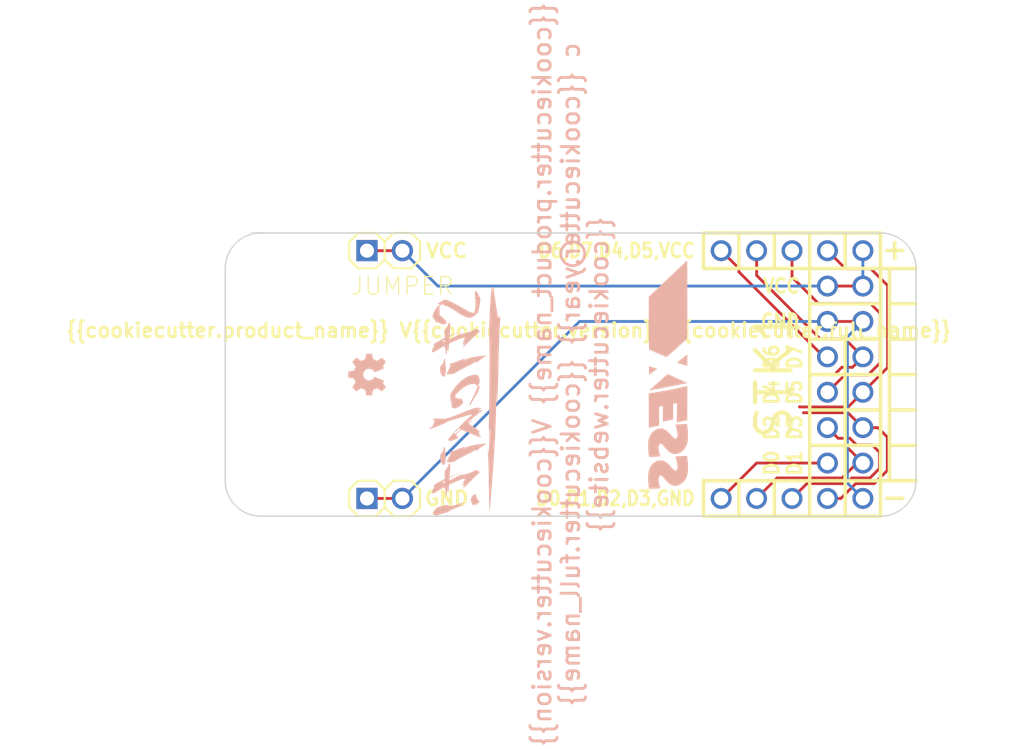
<source format=kicad_pcb>
(kicad_pcb (version 20171130) (host pcbnew "(5.1.12)-1")

  (general
    (thickness 1.6)
    (drawings 58)
    (tracks 71)
    (zones 0)
    (modules 6)
    (nets 11)
  )

  (page A4)
  (title_block
    (title {{cookiecutter.product_name}})
    (date {{cookiecutter.release_date}})
    (rev {{cookiecutter.version}})
    (company {{cookiecutter.full_name}})
    (comment 1 "(c) {{cookiecutter.year}}")
    (comment 2 {{cookiecutter.product_type}})
    (comment 3 {{cookiecutter.license}})
  )

  (layers
    (0 F.Cu signal)
    (31 B.Cu signal)
    (32 B.Adhes user hide)
    (33 F.Adhes user hide)
    (34 B.Paste user)
    (35 F.Paste user hide)
    (36 B.SilkS user)
    (37 F.SilkS user)
    (38 B.Mask user)
    (39 F.Mask user)
    (40 Dwgs.User user)
    (41 Cmts.User user)
    (42 Eco1.User user)
    (43 Eco2.User user)
    (44 Edge.Cuts user)
    (45 Margin user)
    (46 B.CrtYd user)
    (47 F.CrtYd user)
    (48 B.Fab user)
    (49 F.Fab user hide)
  )

  (setup
    (last_trace_width 0.2032)
    (user_trace_width 0.1524)
    (user_trace_width 0.2032)
    (user_trace_width 0.254)
    (user_trace_width 0.3048)
    (user_trace_width 0.4064)
    (user_trace_width 0.8128)
    (trace_clearance 0.2032)
    (zone_clearance 0.2032)
    (zone_45_only yes)
    (trace_min 0.1524)
    (via_size 0.6858)
    (via_drill 0.3302)
    (via_min_size 0.6858)
    (via_min_drill 0.3302)
    (user_via 0.6858 0.3302)
    (user_via 1.016 0.6604)
    (user_via 1.524 1.016)
    (uvia_size 0.3)
    (uvia_drill 0.1)
    (uvias_allowed no)
    (uvia_min_size 0.2)
    (uvia_min_drill 0.1)
    (edge_width 0.1)
    (segment_width 0.254)
    (pcb_text_width 0.3)
    (pcb_text_size 1.5 1.5)
    (mod_edge_width 0.15)
    (mod_text_size 1.016 1.016)
    (mod_text_width 0.1524)
    (pad_size 3 3)
    (pad_drill 3)
    (pad_to_mask_clearance 0)
    (aux_axis_origin 0 20.32)
    (visible_elements 7FFEFF7F)
    (pcbplotparams
      (layerselection 0x010f0_80000001)
      (usegerberextensions false)
      (usegerberattributes true)
      (usegerberadvancedattributes true)
      (creategerberjobfile true)
      (excludeedgelayer true)
      (linewidth 0.100000)
      (plotframeref false)
      (viasonmask false)
      (mode 1)
      (useauxorigin true)
      (hpglpennumber 1)
      (hpglpenspeed 20)
      (hpglpendiameter 15.000000)
      (psnegative false)
      (psa4output false)
      (plotreference true)
      (plotvalue false)
      (plotinvisibletext false)
      (padsonsilk false)
      (subtractmaskfromsilk true)
      (outputformat 1)
      (mirror false)
      (drillshape 0)
      (scaleselection 1)
      (outputdirectory ""))
  )

  (net 0 "")
  (net 1 GND)
  (net 2 D7)
  (net 3 D1)
  (net 4 D0)
  (net 5 D3)
  (net 6 D2)
  (net 7 D5)
  (net 8 D6)
  (net 9 D4)
  (net 10 VCC)

  (net_class Default "This is the default net class."
    (clearance 0.2032)
    (trace_width 0.2032)
    (via_dia 0.6858)
    (via_drill 0.3302)
    (uvia_dia 0.3)
    (uvia_drill 0.1)
    (add_net D0)
    (add_net D1)
    (add_net D2)
    (add_net D3)
    (add_net D4)
    (add_net D5)
    (add_net D6)
    (add_net D7)
    (add_net GND)
    (add_net VCC)
  )

  (module XESS:HDR_1x2 (layer F.Cu) (tedit 5526917E) (tstamp 55268EEB)
    (at 11.43 19.05)
    (descr "PIN HEADER")
    (tags "PIN HEADER")
    (path /5524AC0C)
    (attr virtual)
    (fp_text reference JP1 (at 0.5588 -2.4638) (layer F.SilkS) hide
      (effects (font (size 1.27 1.27) (thickness 0.0889)))
    )
    (fp_text value JUMPER (at 1.27 2.54) (layer F.SilkS) hide
      (effects (font (size 1.27 1.27) (thickness 0.0889)))
    )
    (fp_line (start -2.54 -1.27) (end -2.54 1.27) (layer F.CrtYd) (width 0.15))
    (fp_line (start -2.54 1.27) (end 2.54 1.27) (layer F.CrtYd) (width 0.15))
    (fp_line (start 2.54 1.27) (end 2.54 -1.27) (layer F.CrtYd) (width 0.15))
    (fp_line (start 2.54 -1.27) (end -2.54 -1.27) (layer F.CrtYd) (width 0.15))
    (fp_line (start 1.016 0.254) (end 1.016 -0.254) (layer F.Fab) (width 0.06604))
    (fp_line (start 1.016 -0.254) (end 1.524 -0.254) (layer F.Fab) (width 0.06604))
    (fp_line (start 1.524 0.254) (end 1.524 -0.254) (layer F.Fab) (width 0.06604))
    (fp_line (start 1.016 0.254) (end 1.524 0.254) (layer F.Fab) (width 0.06604))
    (fp_line (start -1.524 0.254) (end -1.524 -0.254) (layer F.Fab) (width 0.06604))
    (fp_line (start -1.524 -0.254) (end -1.016 -0.254) (layer F.Fab) (width 0.06604))
    (fp_line (start -1.016 0.254) (end -1.016 -0.254) (layer F.Fab) (width 0.06604))
    (fp_line (start -1.524 0.254) (end -1.016 0.254) (layer F.Fab) (width 0.06604))
    (fp_line (start -1.905 -1.27) (end -0.635 -1.27) (layer F.SilkS) (width 0.1524))
    (fp_line (start -0.635 -1.27) (end 0 -0.635) (layer F.SilkS) (width 0.1524))
    (fp_line (start 0 -0.635) (end 0 0.635) (layer F.SilkS) (width 0.1524))
    (fp_line (start 0 0.635) (end -0.635 1.27) (layer F.SilkS) (width 0.1524))
    (fp_line (start 0 -0.635) (end 0.635 -1.27) (layer F.SilkS) (width 0.1524))
    (fp_line (start 0.635 -1.27) (end 1.905 -1.27) (layer F.SilkS) (width 0.1524))
    (fp_line (start 1.905 -1.27) (end 2.54 -0.635) (layer F.SilkS) (width 0.1524))
    (fp_line (start 2.54 -0.635) (end 2.54 0.635) (layer F.SilkS) (width 0.1524))
    (fp_line (start 2.54 0.635) (end 1.905 1.27) (layer F.SilkS) (width 0.1524))
    (fp_line (start 1.905 1.27) (end 0.635 1.27) (layer F.SilkS) (width 0.1524))
    (fp_line (start 0.635 1.27) (end 0 0.635) (layer F.SilkS) (width 0.1524))
    (fp_line (start -2.54 -0.635) (end -2.54 0.635) (layer F.SilkS) (width 0.1524))
    (fp_line (start -1.905 -1.27) (end -2.54 -0.635) (layer F.SilkS) (width 0.1524))
    (fp_line (start -2.54 0.635) (end -1.905 1.27) (layer F.SilkS) (width 0.1524))
    (fp_line (start -0.635 1.27) (end -1.905 1.27) (layer F.SilkS) (width 0.1524))
    (pad 1 thru_hole rect (at -1.27 0) (size 1.524 1.524) (drill 1.016) (layers *.Cu *.Mask)
      (net 1 GND))
    (pad 2 thru_hole circle (at 1.27 0) (size 1.524 1.524) (drill 1.016) (layers *.Cu *.Mask)
      (net 1 GND))
  )

  (module "XESS Logos:oshw_logo_3mm" (layer B.Cu) (tedit 0) (tstamp 55268D10)
    (at 10.16 10.16 270)
    (fp_text reference A (at 0 0 270) (layer B.SilkS) hide
      (effects (font (size 1.524 1.524) (thickness 0.3)) (justify mirror))
    )
    (fp_text value B (at 0.75 0 270) (layer B.SilkS) hide
      (effects (font (size 1.524 1.524) (thickness 0.3)) (justify mirror))
    )
    (fp_poly (pts (xy 1.500248 -0.356715) (xy 1.485016 -0.363173) (xy 1.474416 -0.366101) (xy 1.452528 -0.370977)
      (xy 1.421312 -0.377403) (xy 1.382728 -0.384986) (xy 1.338736 -0.393331) (xy 1.29896 -0.400655)
      (xy 1.25239 -0.409178) (xy 1.209984 -0.417064) (xy 1.173606 -0.423956) (xy 1.145121 -0.429496)
      (xy 1.126394 -0.433329) (xy 1.119494 -0.434995) (xy 1.114727 -0.441907) (xy 1.106073 -0.459279)
      (xy 1.0944 -0.484985) (xy 1.080571 -0.516898) (xy 1.065454 -0.552892) (xy 1.049913 -0.590842)
      (xy 1.034814 -0.62862) (xy 1.021023 -0.664101) (xy 1.009406 -0.695158) (xy 1.000827 -0.719664)
      (xy 0.996154 -0.735495) (xy 0.995551 -0.739432) (xy 0.99925 -0.748207) (xy 1.00968 -0.766425)
      (xy 1.025848 -0.792514) (xy 1.046756 -0.824906) (xy 1.071409 -0.86203) (xy 1.09881 -0.902316)
      (xy 1.099815 -0.903777) (xy 1.127243 -0.943926) (xy 1.151969 -0.980727) (xy 1.173006 -1.012656)
      (xy 1.189361 -1.038191) (xy 1.200046 -1.05581) (xy 1.20407 -1.06399) (xy 1.204079 -1.064117)
      (xy 1.1994 -1.071877) (xy 1.186345 -1.087352) (xy 1.166388 -1.10909) (xy 1.141002 -1.135644)
      (xy 1.111662 -1.165561) (xy 1.079841 -1.197394) (xy 1.047014 -1.229691) (xy 1.014652 -1.261004)
      (xy 0.984231 -1.289881) (xy 0.957224 -1.314874) (xy 0.935105 -1.334533) (xy 0.919347 -1.347407)
      (xy 0.911425 -1.352046) (xy 0.911409 -1.352046) (xy 0.902447 -1.348349) (xy 0.884074 -1.337943)
      (xy 0.857896 -1.321839) (xy 0.825522 -1.301049) (xy 0.788556 -1.276583) (xy 0.751072 -1.251146)
      (xy 0.711467 -1.224198) (xy 0.675173 -1.199964) (xy 0.643751 -1.17945) (xy 0.618761 -1.16366)
      (xy 0.601765 -1.1536) (xy 0.594441 -1.150265) (xy 0.58493 -1.153298) (xy 0.566387 -1.161535)
      (xy 0.541565 -1.173689) (xy 0.51557 -1.187209) (xy 0.484855 -1.203235) (xy 0.463572 -1.213219)
      (xy 0.449559 -1.217937) (xy 0.440651 -1.218167) (xy 0.435938 -1.215798) (xy 0.431574 -1.208253)
      (xy 0.422754 -1.189671) (xy 0.410076 -1.161481) (xy 0.394135 -1.125116) (xy 0.375529 -1.082005)
      (xy 0.354855 -1.033579) (xy 0.33271 -0.98127) (xy 0.309691 -0.926507) (xy 0.286394 -0.870722)
      (xy 0.263417 -0.815346) (xy 0.241356 -0.761808) (xy 0.220809 -0.71154) (xy 0.202372 -0.665974)
      (xy 0.186643 -0.626538) (xy 0.174218 -0.594665) (xy 0.165693 -0.571785) (xy 0.161667 -0.559328)
      (xy 0.161426 -0.557822) (xy 0.166684 -0.549479) (xy 0.180711 -0.53628) (xy 0.200903 -0.520563)
      (xy 0.210118 -0.514098) (xy 0.274487 -0.463516) (xy 0.326811 -0.407699) (xy 0.366855 -0.346932)
      (xy 0.390341 -0.293682) (xy 0.409236 -0.220757) (xy 0.414951 -0.148227) (xy 0.407738 -0.077206)
      (xy 0.387852 -0.008811) (xy 0.355546 0.055845) (xy 0.311073 0.115646) (xy 0.292848 0.135054)
      (xy 0.235996 0.183235) (xy 0.173679 0.219825) (xy 0.10733 0.244633) (xy 0.038383 0.257468)
      (xy -0.031729 0.258138) (xy -0.101573 0.246452) (xy -0.169716 0.22222) (xy -0.208527 0.201968)
      (xy -0.267105 0.160169) (xy -0.317114 0.10961) (xy -0.357734 0.051958) (xy -0.388148 -0.011119)
      (xy -0.407536 -0.077957) (xy -0.41508 -0.146887) (xy -0.410954 -0.210073) (xy -0.394679 -0.280438)
      (xy -0.367905 -0.344556) (xy -0.330004 -0.403329) (xy -0.280349 -0.45766) (xy -0.218311 -0.508452)
      (xy -0.190029 -0.527889) (xy -0.173557 -0.540692) (xy -0.163204 -0.552572) (xy -0.161397 -0.557528)
      (xy -0.163924 -0.566548) (xy -0.171129 -0.586427) (xy -0.182416 -0.615735) (xy -0.19719 -0.653041)
      (xy -0.214853 -0.696914) (xy -0.234808 -0.745923) (xy -0.256459 -0.798637) (xy -0.27921 -0.853624)
      (xy -0.302463 -0.909455) (xy -0.325623 -0.964697) (xy -0.348092 -1.01792) (xy -0.369274 -1.067692)
      (xy -0.388572 -1.112583) (xy -0.40539 -1.151162) (xy -0.419131 -1.181998) (xy -0.429199 -1.203659)
      (xy -0.434996 -1.214714) (xy -0.43582 -1.215754) (xy -0.442319 -1.218406) (xy -0.452305 -1.217129)
      (xy -0.467941 -1.211141) (xy -0.491391 -1.199663) (xy -0.515063 -1.187166) (xy -0.543154 -1.172532)
      (xy -0.567513 -1.160644) (xy -0.585379 -1.152798) (xy -0.593662 -1.150265) (xy -0.60164 -1.153939)
      (xy -0.619101 -1.164292) (xy -0.644483 -1.180321) (xy -0.676224 -1.201022) (xy -0.712763 -1.225392)
      (xy -0.750697 -1.251166) (xy -0.79057 -1.278152) (xy -0.827371 -1.302416) (xy -0.85949 -1.322947)
      (xy -0.88532 -1.338737) (xy -0.903253 -1.348775) (xy -0.911483 -1.352066) (xy -0.920685 -1.347191)
      (xy -0.938579 -1.332833) (xy -0.964727 -1.309388) (xy -0.998692 -1.277258) (xy -1.040039 -1.236838)
      (xy -1.064559 -1.212429) (xy -1.1 -1.176668) (xy -1.132126 -1.143696) (xy -1.15975 -1.114778)
      (xy -1.181682 -1.091176) (xy -1.196738 -1.074153) (xy -1.203727 -1.064973) (xy -1.204078 -1.063998)
      (xy -1.200395 -1.056336) (xy -1.190004 -1.03916) (xy -1.173897 -1.013993) (xy -1.153062 -0.982354)
      (xy -1.128491 -0.945766) (xy -1.101171 -0.905748) (xy -1.099814 -0.903777) (xy -1.072334 -0.863408)
      (xy -1.047567 -0.826145) (xy -1.02651 -0.79356) (xy -1.010158 -0.767221) (xy -0.999508 -0.748699)
      (xy -0.995555 -0.739563) (xy -0.99555 -0.739432) (xy -0.998006 -0.728563) (xy -1.004793 -0.707987)
      (xy -1.015047 -0.679831) (xy -1.0279 -0.646221) (xy -1.042486 -0.609283) (xy -1.057938 -0.571143)
      (xy -1.07339 -0.533929) (xy -1.087975 -0.499766) (xy -1.100826 -0.470781) (xy -1.111078 -0.449099)
      (xy -1.117863 -0.436848) (xy -1.119644 -0.434938) (xy -1.128426 -0.432855) (xy -1.148581 -0.428745)
      (xy -1.178241 -0.422966) (xy -1.215539 -0.41588) (xy -1.258607 -0.407843) (xy -1.29911 -0.400397)
      (xy -1.346109 -0.391684) (xy -1.38935 -0.383417) (xy -1.426874 -0.375993) (xy -1.456719 -0.369806)
      (xy -1.476926 -0.36525) (xy -1.485015 -0.362973) (xy -1.500246 -0.356715) (xy -1.498468 -0.149863)
      (xy -1.496689 0.05699) (xy -1.304978 0.092828) (xy -1.255645 0.102267) (xy -1.210464 0.111326)
      (xy -1.171177 0.119621) (xy -1.139524 0.126773) (xy -1.117244 0.132398) (xy -1.106078 0.136115)
      (xy -1.105279 0.136645) (xy -1.100516 0.144816) (xy -1.091579 0.163148) (xy -1.079431 0.189424)
      (xy -1.065034 0.22143) (xy -1.04935 0.256949) (xy -1.033343 0.293766) (xy -1.017975 0.329664)
      (xy -1.004208 0.362427) (xy -0.993006 0.38984) (xy -0.98533 0.409686) (xy -0.982144 0.41975)
      (xy -0.982109 0.420176) (xy -0.985792 0.427298) (xy -0.996199 0.444018) (xy -1.012372 0.468887)
      (xy -1.033356 0.500455) (xy -1.058194 0.537274) (xy -1.08593 0.577896) (xy -1.093099 0.588322)
      (xy -1.121446 0.629837) (xy -1.147119 0.668103) (xy -1.169158 0.701633) (xy -1.186603 0.728943)
      (xy -1.198492 0.748546) (xy -1.203865 0.758957) (xy -1.204078 0.759913) (xy -1.199441 0.767463)
      (xy -1.186505 0.782814) (xy -1.16673 0.804506) (xy -1.141577 0.831082) (xy -1.112508 0.861082)
      (xy -1.080983 0.893049) (xy -1.048462 0.925524) (xy -1.016407 0.957048) (xy -0.98628 0.986163)
      (xy -0.959539 1.01141) (xy -0.937647 1.031331) (xy -0.922065 1.044467) (xy -0.914253 1.04936)
      (xy -0.914156 1.049364) (xy -0.906099 1.045688) (xy -0.888451 1.035289) (xy -0.862675 1.019107)
      (xy -0.830239 0.998084) (xy -0.792605 0.97316) (xy -0.75124 0.945276) (xy -0.736804 0.935438)
      (xy -0.570098 0.821511) (xy -0.535618 0.835078) (xy -0.481946 0.856372) (xy -0.432138 0.876474)
      (xy -0.387641 0.894773) (xy -0.349905 0.91066) (xy -0.320378 0.923525) (xy -0.300507 0.932758)
      (xy -0.291748 0.937743) (xy -0.288608 0.946043) (xy -0.283501 0.965839) (xy -0.276805 0.995381)
      (xy -0.268899 1.032918) (xy -0.260162 1.0767) (xy -0.250972 1.124976) (xy -0.249403 1.133448)
      (xy -0.240294 1.18256) (xy -0.23183 1.227728) (xy -0.224355 1.267149) (xy -0.218213 1.299022)
      (xy -0.21375 1.321545) (xy -0.211309 1.332916) (xy -0.211133 1.333567) (xy -0.209312 1.336883)
      (xy -0.205109 1.339514) (xy -0.197115 1.341538) (xy -0.18392 1.343034) (xy -0.164117 1.34408)
      (xy -0.136297 1.344755) (xy -0.09905 1.345137) (xy -0.050967 1.345305) (xy 0 1.345338)
      (xy 0.058504 1.345291) (xy 0.104963 1.345098) (xy 0.140787 1.344679) (xy 0.167384 1.343956)
      (xy 0.186163 1.342851) (xy 0.198534 1.341285) (xy 0.205904 1.339179) (xy 0.209684 1.336456)
      (xy 0.211134 1.333567) (xy 0.213229 1.324095) (xy 0.2174 1.303191) (xy 0.223302 1.272656)
      (xy 0.230592 1.234292) (xy 0.238925 1.189901) (xy 0.247956 1.141285) (xy 0.249404 1.133448)
      (xy 0.258632 1.084589) (xy 0.267472 1.039931) (xy 0.275545 1.001224) (xy 0.282471 0.970218)
      (xy 0.287874 0.948664) (xy 0.291373 0.938311) (xy 0.291749 0.937793) (xy 0.300541 0.932822)
      (xy 0.320537 0.923565) (xy 0.350395 0.910588) (xy 0.388771 0.894455) (xy 0.434322 0.875732)
      (xy 0.485703 0.854983) (xy 0.539129 0.833738) (xy 0.570393 0.821395) (xy 0.737114 0.93538)
      (xy 0.779399 0.964055) (xy 0.81844 0.990086) (xy 0.852775 1.012531) (xy 0.880939 1.030448)
      (xy 0.901467 1.042898) (xy 0.912897 1.048938) (xy 0.914438 1.049364) (xy 0.921963 1.044733)
      (xy 0.9373 1.031814) (xy 0.958989 1.012065) (xy 0.98557 0.986945) (xy 1.015583 0.957915)
      (xy 1.047569 0.926432) (xy 1.080067 0.893956) (xy 1.111619 0.861947) (xy 1.140763 0.831863)
      (xy 1.166041 0.805163) (xy 1.185992 0.783307) (xy 1.199156 0.767754) (xy 1.204074 0.759963)
      (xy 1.204079 0.759859) (xy 1.200392 0.751857) (xy 1.189978 0.734323) (xy 1.173808 0.708761)
      (xy 1.152851 0.676672) (xy 1.128078 0.639559) (xy 1.100459 0.598925) (xy 1.095533 0.59175)
      (xy 1.067412 0.550637) (xy 1.041811 0.512805) (xy 1.019726 0.479758) (xy 1.002154 0.453001)
      (xy 0.990091 0.434039) (xy 0.984535 0.424378) (xy 0.984312 0.423781) (xy 0.986137 0.415048)
      (xy 0.992569 0.396252) (xy 1.002681 0.36959) (xy 1.015546 0.337264) (xy 1.030238 0.301472)
      (xy 1.045831 0.264413) (xy 1.061398 0.228287) (xy 1.076012 0.195292) (xy 1.088748 0.167629)
      (xy 1.098677 0.147496) (xy 1.104875 0.137092) (xy 1.10528 0.136645) (xy 1.113729 0.133406)
      (xy 1.13368 0.128173) (xy 1.163393 0.12133) (xy 1.201128 0.113256) (xy 1.245144 0.104335)
      (xy 1.293702 0.094948) (xy 1.304979 0.092828) (xy 1.49669 0.05699) (xy 1.498469 -0.149863)
      (xy 1.500248 -0.356715)) (layer B.SilkS) (width 0.001))
  )

  (module "XESS Logos:stickit_logo_16mm" (layer B.Cu) (tedit 0) (tstamp 55268D69)
    (at 17.145 12.065 270)
    (fp_text reference Noname_2 (at 0 0 270) (layer B.SilkS) hide
      (effects (font (size 1.524 1.524) (thickness 0.3)) (justify mirror))
    )
    (fp_text value "" (at 0.75 0 270) (layer B.SilkS) hide
      (effects (font (size 1.524 1.524) (thickness 0.3)) (justify mirror))
    )
    (fp_poly (pts (xy 8.008281 -1.801691) (xy 8.004416 -1.80314) (xy 7.99148 -1.805134) (xy 7.968253 -1.807795)
      (xy 7.933518 -1.811245) (xy 7.886055 -1.815608) (xy 7.824646 -1.821007) (xy 7.748071 -1.827564)
      (xy 7.655113 -1.835403) (xy 7.544552 -1.844646) (xy 7.454025 -1.852184) (xy 6.960004 -1.892915)
      (xy 6.484662 -1.931333) (xy 6.027062 -1.967491) (xy 5.586264 -2.001438) (xy 5.161333 -2.033225)
      (xy 4.751328 -2.062905) (xy 4.355314 -2.090526) (xy 3.972351 -2.116142) (xy 3.601503 -2.139802)
      (xy 3.24183 -2.161557) (xy 2.892396 -2.181458) (xy 2.552262 -2.199557) (xy 2.22049 -2.215904)
      (xy 1.896143 -2.23055) (xy 1.578283 -2.243545) (xy 1.265971 -2.254942) (xy 0.95827 -2.264791)
      (xy 0.654243 -2.273142) (xy 0.35295 -2.280047) (xy 0.053455 -2.285557) (xy -0.245181 -2.289722)
      (xy -0.543896 -2.292594) (xy -0.671801 -2.29344) (xy -0.731901 -2.293794) (xy -0.782997 -2.294155)
      (xy -0.824354 -2.294574) (xy -0.855237 -2.295103) (xy -0.874911 -2.295794) (xy -0.882641 -2.296698)
      (xy -0.877692 -2.297867) (xy -0.85933 -2.299354) (xy -0.826819 -2.30121) (xy -0.779423 -2.303486)
      (xy -0.71641 -2.306235) (xy -0.637042 -2.309508) (xy -0.540586 -2.313358) (xy -0.426307 -2.317835)
      (xy -0.293469 -2.322992) (xy -0.202528 -2.326513) (xy -0.110914 -2.330199) (xy -0.024753 -2.333938)
      (xy 0.053809 -2.337615) (xy 0.122625 -2.341119) (xy 0.17955 -2.344336) (xy 0.222438 -2.347153)
      (xy 0.249143 -2.349459) (xy 0.256865 -2.350647) (xy 0.256361 -2.353493) (xy 0.238048 -2.356549)
      (xy 0.203871 -2.359632) (xy 0.155775 -2.362556) (xy 0.108673 -2.364656) (xy -0.043558 -2.370456)
      (xy -0.194371 -2.375998) (xy -0.345375 -2.381328) (xy -0.498181 -2.386493) (xy -0.654401 -2.391539)
      (xy -0.815644 -2.396512) (xy -0.983523 -2.401459) (xy -1.130011 -2.405589) (xy -1.130011 -2.287052)
      (xy -1.134668 -2.285309) (xy -1.138824 -2.284817) (xy -1.173713 -2.283236) (xy -1.206845 -2.28476)
      (xy -1.20798 -2.284896) (xy -1.21479 -2.28676) (xy -1.204169 -2.288131) (xy -1.178445 -2.288768)
      (xy -1.170712 -2.288785) (xy -1.142674 -2.288291) (xy -1.130011 -2.287052) (xy -1.130011 -2.405589)
      (xy -1.159646 -2.406425) (xy -1.345625 -2.411457) (xy -1.543071 -2.416601) (xy -1.753595 -2.421904)
      (xy -1.978806 -2.427412) (xy -2.220317 -2.433171) (xy -2.479737 -2.439227) (xy -2.519253 -2.440139)
      (xy -2.840939 -2.447725) (xy -3.143414 -2.4552) (xy -3.427228 -2.462585) (xy -3.692929 -2.4699)
      (xy -3.941066 -2.477167) (xy -4.172188 -2.484407) (xy -4.386843 -2.491639) (xy -4.585579 -2.498885)
      (xy -4.768946 -2.506166) (xy -4.937491 -2.513503) (xy -5.091764 -2.520916) (xy -5.232313 -2.528425)
      (xy -5.359686 -2.536053) (xy -5.474432 -2.543819) (xy -5.577101 -2.551744) (xy -5.66091 -2.559152)
      (xy -5.735304 -2.566009) (xy -5.793782 -2.570696) (xy -5.840079 -2.573125) (xy -5.877928 -2.573205)
      (xy -5.911064 -2.570848) (xy -5.94322 -2.565964) (xy -5.97813 -2.558462) (xy -6.009452 -2.550792)
      (xy -6.115948 -2.524062) (xy -6.032246 -2.47967) (xy -6.00141 -2.463594) (xy -5.979386 -2.45148)
      (xy -5.96758 -2.442174) (xy -5.967401 -2.434525) (xy -5.980258 -2.427379) (xy -6.007559 -2.419583)
      (xy -6.050711 -2.409985) (xy -6.111124 -2.397432) (xy -6.140063 -2.391403) (xy -6.220116 -2.37544)
      (xy -6.317962 -2.357298) (xy -6.431785 -2.337262) (xy -6.559774 -2.315618) (xy -6.700115 -2.292651)
      (xy -6.850996 -2.268646) (xy -7.010602 -2.24389) (xy -7.177122 -2.218666) (xy -7.348741 -2.193262)
      (xy -7.523647 -2.167961) (xy -7.700027 -2.14305) (xy -7.84507 -2.123034) (xy -8.157078 -2.08045)
      (xy -8.177606 -2.030637) (xy -8.187864 -2.002028) (xy -8.192502 -1.981202) (xy -8.191618 -1.974498)
      (xy -8.178513 -1.970323) (xy -8.147474 -1.964805) (xy -8.100265 -1.958121) (xy -8.038655 -1.950447)
      (xy -7.964408 -1.941958) (xy -7.87929 -1.93283) (xy -7.785068 -1.923239) (xy -7.683507 -1.91336)
      (xy -7.576374 -1.903368) (xy -7.465435 -1.89344) (xy -7.352454 -1.883751) (xy -7.2392 -1.874477)
      (xy -7.127437 -1.865793) (xy -7.019331 -1.857903) (xy -6.80569 -1.843415) (xy -6.601805 -1.830774)
      (xy -6.402468 -1.819721) (xy -6.202471 -1.809995) (xy -5.996606 -1.801339) (xy -5.779665 -1.793492)
      (xy -5.626332 -1.788584) (xy -5.532765 -1.785814) (xy -5.446584 -1.783493) (xy -5.365582 -1.781621)
      (xy -5.28755 -1.780197) (xy -5.21028 -1.779221) (xy -5.131563 -1.778693) (xy -5.04919 -1.778611)
      (xy -4.960954 -1.778975) (xy -4.864645 -1.779786) (xy -4.758056 -1.781042) (xy -4.638978 -1.782743)
      (xy -4.505202 -1.784888) (xy -4.35452 -1.787478) (xy -4.307429 -1.788311) (xy -4.187746 -1.790139)
      (xy -4.050443 -1.791703) (xy -3.896831 -1.793012) (xy -3.728223 -1.794071) (xy -3.545933 -1.794887)
      (xy -3.351271 -1.795467) (xy -3.145551 -1.795818) (xy -2.930085 -1.795946) (xy -2.706186 -1.795859)
      (xy -2.475166 -1.795563) (xy -2.238338 -1.795065) (xy -1.997013 -1.794372) (xy -1.752506 -1.793491)
      (xy -1.506127 -1.792427) (xy -1.259189 -1.79119) (xy -1.013006 -1.789784) (xy -0.768889 -1.788217)
      (xy -0.528151 -1.786495) (xy -0.292105 -1.784626) (xy -0.062062 -1.782616) (xy 0.160664 -1.780472)
      (xy 0.374761 -1.778201) (xy 0.578918 -1.77581) (xy 0.77182 -1.773304) (xy 0.952156 -1.770692)
      (xy 1.118613 -1.76798) (xy 1.269879 -1.765175) (xy 1.404642 -1.762284) (xy 1.521588 -1.759313)
      (xy 1.571016 -1.75786) (xy 1.921922 -1.746994) (xy 2.01559 -1.773948) (xy 2.109257 -1.800903)
      (xy 2.450097 -1.794186) (xy 2.611513 -1.790634) (xy 2.771314 -1.786402) (xy 2.927372 -1.781581)
      (xy 3.077556 -1.776257) (xy 3.219737 -1.770521) (xy 3.351785 -1.764462) (xy 3.47157 -1.758167)
      (xy 3.576962 -1.751725) (xy 3.665832 -1.745227) (xy 3.704784 -1.741857) (xy 3.77888 -1.735001)
      (xy 3.561532 -1.697728) (xy 3.493701 -1.685826) (xy 3.444059 -1.676514) (xy 3.41291 -1.66986)
      (xy 3.400553 -1.665932) (xy 3.407291 -1.664798) (xy 3.417763 -1.66529) (xy 3.450875 -1.667513)
      (xy 3.499205 -1.670822) (xy 3.558262 -1.674907) (xy 3.623554 -1.679455) (xy 3.690591 -1.684157)
      (xy 3.694386 -1.684424) (xy 3.810423 -1.69217) (xy 3.930821 -1.699333) (xy 4.057 -1.705961)
      (xy 4.190382 -1.7121) (xy 4.332389 -1.717797) (xy 4.48444 -1.723098) (xy 4.647958 -1.728051)
      (xy 4.824363 -1.732703) (xy 5.015076 -1.737099) (xy 5.221518 -1.741286) (xy 5.445111 -1.745312)
      (xy 5.646091 -1.748585) (xy 5.89809 -1.752606) (xy 6.139485 -1.756637) (xy 6.369305 -1.760658)
      (xy 6.586585 -1.764649) (xy 6.790356 -1.768591) (xy 6.97965 -1.772464) (xy 7.153499 -1.776249)
      (xy 7.310936 -1.779927) (xy 7.450993 -1.783477) (xy 7.572703 -1.78688) (xy 7.621976 -1.788382)
      (xy 7.700399 -1.790841) (xy 7.774663 -1.793158) (xy 7.841855 -1.795244) (xy 7.899064 -1.797008)
      (xy 7.943377 -1.798361) (xy 7.971883 -1.799212) (xy 7.977635 -1.799376) (xy 7.993672 -1.799932)
      (xy 8.004293 -1.800662) (xy 8.008281 -1.801691)) (layer B.SilkS) (width 0.001))
    (fp_poly (pts (xy 3.323197 -1.656807) (xy 3.309607 -1.658184) (xy 3.295582 -1.656631) (xy 3.297258 -1.653201)
      (xy 3.317484 -1.651896) (xy 3.321956 -1.653201) (xy 3.323197 -1.656807)) (layer B.SilkS) (width 0.001))
    (fp_poly (pts (xy 3.247037 -1.643278) (xy 3.245681 -1.649151) (xy 3.240451 -1.649864) (xy 3.232319 -1.646249)
      (xy 3.233865 -1.643278) (xy 3.245589 -1.642095) (xy 3.247037 -1.643278)) (layer B.SilkS) (width 0.001))
    (fp_poly (pts (xy 3.171295 -1.635045) (xy 3.166355 -1.639985) (xy 3.161416 -1.635045) (xy 3.166355 -1.630105)
      (xy 3.171295 -1.635045)) (layer B.SilkS) (width 0.001))
    (fp_poly (pts (xy 3.042862 -1.615286) (xy 3.037923 -1.620226) (xy 3.032983 -1.615286) (xy 3.037923 -1.610346)
      (xy 3.042862 -1.615286)) (layer B.SilkS) (width 0.001))
    (fp_poly (pts (xy -1.915799 1.167966) (xy -1.91741 1.056775) (xy -1.927071 0.956923) (xy -1.945819 0.861275)
      (xy -1.974693 0.762699) (xy -1.974827 0.762298) (xy -1.994719 0.705317) (xy -2.012891 0.66045)
      (xy -2.032781 0.620737) (xy -2.057826 0.579218) (xy -2.086454 0.536254) (xy -2.116087 0.490259)
      (xy -2.15264 0.429367) (xy -2.194732 0.356211) (xy -2.240978 0.273427) (xy -2.289995 0.183647)
      (xy -2.3404 0.089508) (xy -2.39081 -0.006358) (xy -2.439841 -0.101316) (xy -2.48611 -0.192732)
      (xy -2.528234 -0.277971) (xy -2.564829 -0.3544) (xy -2.594513 -0.419385) (xy -2.615901 -0.47029)
      (xy -2.618306 -0.476543) (xy -2.634132 -0.517193) (xy -2.646055 -0.543004) (xy -2.656761 -0.557763)
      (xy -2.66894 -0.56526) (xy -2.683935 -0.569033) (xy -2.705951 -0.5762) (xy -2.721658 -0.591216)
      (xy -2.736702 -0.61958) (xy -2.737356 -0.621039) (xy -2.755362 -0.665228) (xy -2.773735 -0.716722)
      (xy -2.790302 -0.768781) (xy -2.80289 -0.814668) (xy -2.808528 -0.841709) (xy -2.811394 -0.865219)
      (xy -2.807979 -0.873577) (xy -2.795481 -0.871081) (xy -2.79057 -0.86925) (xy -2.766288 -0.858826)
      (xy -2.736122 -0.844409) (xy -2.729528 -0.84107) (xy -2.71657 -0.835367) (xy -2.713028 -0.836989)
      (xy -2.719986 -0.847389) (xy -2.738531 -0.868023) (xy -2.769748 -0.900344) (xy -2.786414 -0.917263)
      (xy -2.828819 -0.962227) (xy -2.869942 -1.010535) (xy -2.912634 -1.065847) (xy -2.959744 -1.131825)
      (xy -3.002974 -1.195411) (xy -3.051359 -1.267127) (xy -3.097956 -1.33507) (xy -3.141447 -1.397407)
      (xy -3.180516 -1.452308) (xy -3.213844 -1.49794) (xy -3.240113 -1.532472) (xy -3.258005 -1.554072)
      (xy -3.265973 -1.560949) (xy -3.26796 -1.551904) (xy -3.268033 -1.527912) (xy -3.266222 -1.49369)
      (xy -3.265502 -1.484384) (xy -3.253008 -1.336686) (xy -3.241061 -1.206265) (xy -3.229338 -1.090661)
      (xy -3.217516 -0.987412) (xy -3.20527 -0.894057) (xy -3.192278 -0.808132) (xy -3.178216 -0.727178)
      (xy -3.16276 -0.648731) (xy -3.145587 -0.570332) (xy -3.145068 -0.568067) (xy -3.117034 -0.457043)
      (xy -3.084009 -0.344933) (xy -3.047447 -0.235801) (xy -3.008805 -0.133712) (xy -2.969537 -0.04273)
      (xy -2.931099 0.033081) (xy -2.927651 0.039158) (xy -2.900766 0.086308) (xy -2.883082 0.118048)
      (xy -2.873764 0.135986) (xy -2.871974 0.141729) (xy -2.876715 0.137082) (xy -2.91957 0.086023)
      (xy -2.960506 0.037873) (xy -2.997623 -0.005193) (xy -3.029022 -0.041002) (xy -3.052802 -0.067379)
      (xy -3.067065 -0.082151) (xy -3.070327 -0.084503) (xy -3.069099 -0.073435) (xy -3.061429 -0.046321)
      (xy -3.04815 -0.005487) (xy -3.030093 0.046742) (xy -3.00809 0.108041) (xy -2.982972 0.176082)
      (xy -2.955572 0.248542) (xy -2.92672 0.323094) (xy -2.90408 0.380358) (xy -2.85211 0.512633)
      (xy -2.808591 0.628114) (xy -2.773226 0.727726) (xy -2.745722 0.812391) (xy -2.725784 0.883036)
      (xy -2.713118 0.940583) (xy -2.707429 0.985957) (xy -2.707032 0.998634) (xy -2.704904 1.022705)
      (xy -2.694825 1.035705) (xy -2.671133 1.045021) (xy -2.648079 1.050559) (xy -2.630586 1.048218)
      (xy -2.610525 1.035847) (xy -2.59732 1.025493) (xy -2.559336 0.994969) (xy -2.482488 1.022744)
      (xy -2.449979 1.035817) (xy -2.403977 1.056137) (xy -2.348514 1.081828) (xy -2.287626 1.111015)
      (xy -2.225344 1.141823) (xy -2.213507 1.147796) (xy -2.021374 1.245073) (xy -1.968991 1.229845)
      (xy -1.916609 1.214617) (xy -1.915799 1.167966)) (layer B.SilkS) (width 0.001))
    (fp_poly (pts (xy 4.405633 1.103154) (xy 4.402836 1.047643) (xy 4.396738 0.988106) (xy 4.391537 0.952223)
      (xy 4.382047 0.90392) (xy 4.368504 0.848345) (xy 4.352294 0.790011) (xy 4.334806 0.733432)
      (xy 4.317425 0.68312) (xy 4.30154 0.643589) (xy 4.28975 0.621078) (xy 4.276233 0.600954)
      (xy 4.255678 0.570334) (xy 4.232056 0.535133) (xy 4.226974 0.527559) (xy 4.198001 0.482055)
      (xy 4.162522 0.422574) (xy 4.12182 0.351566) (xy 4.077177 0.271481) (xy 4.029876 0.184767)
      (xy 3.981199 0.093876) (xy 3.932429 0.001257) (xy 3.884847 -0.090641) (xy 3.839736 -0.179367)
      (xy 3.798378 -0.262472) (xy 3.762056 -0.337507) (xy 3.732053 -0.40202) (xy 3.709649 -0.453564)
      (xy 3.699054 -0.480959) (xy 3.684687 -0.520219) (xy 3.673638 -0.544664) (xy 3.663123 -0.558271)
      (xy 3.650357 -0.565016) (xy 3.638211 -0.567857) (xy 3.612122 -0.578011) (xy 3.592987 -0.600344)
      (xy 3.587466 -0.610508) (xy 3.570667 -0.648558) (xy 3.55234 -0.697499) (xy 3.534886 -0.75009)
      (xy 3.52071 -0.79909) (xy 3.51224 -0.837109) (xy 3.505517 -0.878924) (xy 3.563163 -0.854093)
      (xy 3.620809 -0.829262) (xy 3.568458 -0.875331) (xy 3.529685 -0.913015) (xy 3.486404 -0.962087)
      (xy 3.437549 -1.023922) (xy 3.382052 -1.099896) (xy 3.318845 -1.191387) (xy 3.289638 -1.234928)
      (xy 3.24595 -1.299924) (xy 3.203411 -1.362064) (xy 3.163499 -1.41929) (xy 3.127691 -1.469545)
      (xy 3.097465 -1.510772) (xy 3.074297 -1.540914) (xy 3.059664 -1.557912) (xy 3.055543 -1.560949)
      (xy 3.053903 -1.551768) (xy 3.053704 -1.5269) (xy 3.054896 -1.490364) (xy 3.056863 -1.454745)
      (xy 3.074335 -1.233397) (xy 3.097547 -1.022518) (xy 3.126207 -0.823918) (xy 3.160025 -0.639405)
      (xy 3.198712 -0.470791) (xy 3.236028 -0.338675) (xy 3.250192 -0.296064) (xy 3.268359 -0.245543)
      (xy 3.289026 -0.190861) (xy 3.310687 -0.135769) (xy 3.331838 -0.084016) (xy 3.350974 -0.039353)
      (xy 3.36659 -0.005529) (xy 3.377181 0.013704) (xy 3.37771 0.014426) (xy 3.386205 0.027883)
      (xy 3.400897 0.053171) (xy 3.41814 0.083975) (xy 3.431284 0.108285) (xy 3.438351 0.123114)
      (xy 3.438257 0.127533) (xy 3.429919 0.120614) (xy 3.412254 0.10143) (xy 3.384178 0.069052)
      (xy 3.344608 0.022554) (xy 3.339782 0.016862) (xy 3.308774 -0.018989) (xy 3.282404 -0.048099)
      (xy 3.263188 -0.067792) (xy 3.253645 -0.075388) (xy 3.253174 -0.075293) (xy 3.253982 -0.063628)
      (xy 3.261603 -0.035437) (xy 3.275405 0.007503) (xy 3.294753 0.063416) (xy 3.319014 0.130528)
      (xy 3.347554 0.20706) (xy 3.379739 0.291239) (xy 3.414937 0.381286) (xy 3.426313 0.409996)
      (xy 3.472491 0.527733) (xy 3.51093 0.629343) (xy 3.542222 0.716617) (xy 3.566957 0.791344)
      (xy 3.585729 0.855316) (xy 3.599128 0.910322) (xy 3.607748 0.958152) (xy 3.607906 0.959266)
      (xy 3.613688 0.998078) (xy 3.619083 1.021825) (xy 3.626466 1.035008) (xy 3.638211 1.042127)
      (xy 3.654176 1.046988) (xy 3.677687 1.051727) (xy 3.694831 1.04784) (xy 3.714153 1.032641)
      (xy 3.721181 1.025931) (xy 3.752945 0.995143) (xy 3.804605 1.01204) (xy 3.863845 1.033819)
      (xy 3.93554 1.064102) (xy 4.015391 1.100918) (xy 4.099099 1.142297) (xy 4.169117 1.17907)
      (xy 4.29261 1.245805) (xy 4.337067 1.23404) (xy 4.366646 1.223715) (xy 4.388861 1.211546)
      (xy 4.393874 1.206955) (xy 4.401188 1.186668) (xy 4.405096 1.150781) (xy 4.405633 1.103154)) (layer B.SilkS) (width 0.001))
    (fp_poly (pts (xy 2.889777 1.149719) (xy 2.884854 1.145924) (xy 2.868008 1.141433) (xy 2.84032 1.130449)
      (xy 2.819883 1.11561) (xy 2.810548 1.102991) (xy 2.812224 1.092373) (xy 2.8269 1.077614)
      (xy 2.834198 1.071408) (xy 2.858732 1.042787) (xy 2.865033 1.017807) (xy 2.860792 0.983653)
      (xy 2.848673 0.934567) (xy 2.829587 0.873314) (xy 2.804439 0.80266) (xy 2.77414 0.725372)
      (xy 2.750682 0.669567) (xy 2.728591 0.618399) (xy 2.709069 0.573133) (xy 2.693542 0.537081)
      (xy 2.683436 0.513551) (xy 2.680357 0.50632) (xy 2.684183 0.497048) (xy 2.706296 0.493382)
      (xy 2.708375 0.49333) (xy 2.726231 0.492573) (xy 2.730187 0.490044) (xy 2.718724 0.483947)
      (xy 2.690967 0.47274) (xy 2.640394 0.452791) (xy 2.588061 0.475304) (xy 2.55517 0.491909)
      (xy 2.514144 0.516083) (xy 2.472497 0.543328) (xy 2.461716 0.550918) (xy 2.387704 0.604019)
      (xy 2.366109 0.581103) (xy 2.353303 0.566988) (xy 2.349036 0.562194) (xy 2.349036 0.664981)
      (xy 2.348339 0.686206) (xy 2.341948 0.717772) (xy 2.329561 0.773125) (xy 2.246242 0.690355)
      (xy 2.210959 0.654452) (xy 2.178907 0.6203) (xy 2.153928 0.592085) (xy 2.141036 0.575763)
      (xy 2.125523 0.557265) (xy 2.098676 0.529324) (xy 2.064048 0.495491) (xy 2.025192 0.459319)
      (xy 2.018459 0.453227) (xy 1.917771 0.362511) (xy 1.969057 0.324946) (xy 1.996979 0.30543)
      (xy 2.01907 0.291689) (xy 2.029718 0.286943) (xy 2.040646 0.293437) (xy 2.060664 0.310952)
      (xy 2.085627 0.335837) (xy 2.088029 0.33837) (xy 2.119617 0.37292) (xy 2.157468 0.415965)
      (xy 2.198351 0.46365) (xy 2.239032 0.512124) (xy 2.276277 0.557533) (xy 2.306855 0.596024)
      (xy 2.327533 0.623744) (xy 2.32783 0.624172) (xy 2.342606 0.646993) (xy 2.349036 0.664981)
      (xy 2.349036 0.562194) (xy 2.329771 0.540546) (xy 2.297776 0.504341) (xy 2.259581 0.460935)
      (xy 2.21745 0.412893) (xy 2.2032 0.396608) (xy 2.061885 0.235029) (xy 2.072892 0.187347)
      (xy 2.08161 0.1569) (xy 2.097051 0.112238) (xy 2.119436 0.052815) (xy 2.148982 -0.021915)
      (xy 2.185909 -0.112499) (xy 2.230437 -0.219483) (xy 2.282785 -0.343413) (xy 2.334384 -0.464333)
      (xy 2.368761 -0.545112) (xy 2.403023 -0.626588) (xy 2.435754 -0.705323) (xy 2.465538 -0.777882)
      (xy 2.490959 -0.840828) (xy 2.510602 -0.890723) (xy 2.517518 -0.908907) (xy 2.539742 -0.970041)
      (xy 2.560665 -1.030632) (xy 2.579382 -1.087732) (xy 2.594989 -1.138393) (xy 2.606581 -1.179668)
      (xy 2.613254 -1.208608) (xy 2.614103 -1.222265) (xy 2.613814 -1.222696) (xy 2.606721 -1.216768)
      (xy 2.590084 -1.197481) (xy 2.566011 -1.167434) (xy 2.536607 -1.129225) (xy 2.51849 -1.105088)
      (xy 2.484214 -1.059303) (xy 2.460001 -1.027955) (xy 2.444298 -1.009499) (xy 2.435554 -1.002386)
      (xy 2.432216 -1.00507) (xy 2.432731 -1.016006) (xy 2.433343 -1.020264) (xy 2.447946 -1.071181)
      (xy 2.475249 -1.126634) (xy 2.511784 -1.179801) (xy 2.518855 -1.188348) (xy 2.527983 -1.200628)
      (xy 2.523803 -1.200544) (xy 2.505951 -1.187848) (xy 2.474061 -1.162293) (xy 2.445477 -1.138539)
      (xy 2.400902 -1.102421) (xy 2.356035 -1.068245) (xy 2.315644 -1.039508) (xy 2.284499 -1.019708)
      (xy 2.28039 -1.017442) (xy 2.223658 -0.987204) (xy 2.258279 -1.063175) (xy 2.2929 -1.139145)
      (xy 2.25772 -1.112313) (xy 2.225775 -1.091135) (xy 2.188645 -1.07078) (xy 2.177528 -1.065569)
      (xy 2.146884 -1.048246) (xy 2.120913 -1.023467) (xy 2.094397 -0.986681) (xy 2.074058 -0.952504)
      (xy 2.057967 -0.920523) (xy 2.049875 -0.898547) (xy 2.042655 -0.878011) (xy 2.034242 -0.86939)
      (xy 2.034188 -0.86939) (xy 2.029378 -0.878168) (xy 2.032465 -0.903562) (xy 2.043255 -0.94416)
      (xy 2.045343 -0.950895) (xy 2.050429 -0.970225) (xy 2.050558 -0.978063) (xy 2.043856 -0.970067)
      (xy 2.02811 -0.947578) (xy 2.004772 -0.912842) (xy 1.975292 -0.868109) (xy 1.941122 -0.815626)
      (xy 1.903712 -0.75764) (xy 1.864514 -0.6964) (xy 1.824979 -0.634154) (xy 1.786558 -0.573149)
      (xy 1.750701 -0.515633) (xy 1.723062 -0.470738) (xy 1.615286 -0.294373) (xy 1.474075 -0.441099)
      (xy 1.424707 -0.491666) (xy 1.386423 -0.5293) (xy 1.359736 -0.553534) (xy 1.34516 -0.563901)
      (xy 1.343015 -0.56043) (xy 1.361475 -0.522366) (xy 1.392752 -0.472236) (xy 1.435618 -0.411869)
      (xy 1.488843 -0.343094) (xy 1.490255 -0.341333) (xy 1.520753 -0.302769) (xy 1.540115 -0.276292)
      (xy 1.54997 -0.258906) (xy 1.551945 -0.247614) (xy 1.547665 -0.239417) (xy 1.54634 -0.238023)
      (xy 1.530225 -0.229229) (xy 1.522587 -0.23259) (xy 1.512731 -0.244095) (xy 1.491765 -0.269293)
      (xy 1.461033 -0.30654) (xy 1.421878 -0.354189) (xy 1.375645 -0.410594) (xy 1.323677 -0.47411)
      (xy 1.267319 -0.543091) (xy 1.207914 -0.615891) (xy 1.146807 -0.690865) (xy 1.085341 -0.766366)
      (xy 1.02486 -0.840749) (xy 0.966709 -0.912368) (xy 0.912231 -0.979578) (xy 0.87549 -1.024991)
      (xy 0.823781 -1.088814) (xy 0.775997 -1.147505) (xy 0.73355 -1.199353) (xy 0.697851 -1.242646)
      (xy 0.67031 -1.275673) (xy 0.652339 -1.296723) (xy 0.645353 -1.304084) (xy 0.643742 -1.294941)
      (xy 0.643179 -1.270405) (xy 0.643708 -1.234817) (xy 0.644456 -1.2127) (xy 0.648349 -1.157105)
      (xy 0.655955 -1.113053) (xy 0.66884 -1.072443) (xy 0.674102 -1.059406) (xy 0.700098 -0.997497)
      (xy 0.670085 -1.014949) (xy 0.635533 -1.044167) (xy 0.601695 -1.08991) (xy 0.570654 -1.148992)
      (xy 0.552118 -1.195411) (xy 0.525853 -1.269506) (xy 0.5185 -1.191547) (xy 0.515328 -1.14974)
      (xy 0.51587 -1.120456) (xy 0.520946 -1.096668) (xy 0.531378 -1.071353) (xy 0.532945 -1.068054)
      (xy 0.554744 -1.022521) (xy 0.529534 -1.047219) (xy 0.512009 -1.068497) (xy 0.490337 -1.100498)
      (xy 0.469299 -1.136134) (xy 0.451719 -1.166653) (xy 0.441962 -1.17945) (xy 0.440142 -1.174388)
      (xy 0.440852 -1.170712) (xy 0.450434 -1.135764) (xy 0.465638 -1.089178) (xy 0.484115 -1.037396)
      (xy 0.503513 -0.986862) (xy 0.521485 -0.944015) (xy 0.53056 -0.924767) (xy 0.555029 -0.87641)
      (xy 0.523313 -0.895128) (xy 0.499919 -0.914775) (xy 0.480485 -0.945772) (xy 0.468781 -0.973124)
      (xy 0.456639 -1.003361) (xy 0.449571 -1.016602) (xy 0.446239 -1.014541) (xy 0.44536 -1.002762)
      (xy 0.448538 -0.962293) (xy 0.458991 -0.905494) (xy 0.476145 -0.83417) (xy 0.49943 -0.750127)
      (xy 0.528273 -0.655168) (xy 0.562103 -0.551099) (xy 0.600347 -0.439724) (xy 0.642434 -0.322847)
      (xy 0.687792 -0.202275) (xy 0.735849 -0.079812) (xy 0.745073 -0.056888) (xy 0.80558 0.093001)
      (xy 0.859173 0.22601) (xy 0.906402 0.343553) (xy 0.947819 0.447044) (xy 0.983976 0.537898)
      (xy 1.015423 0.617528) (xy 1.042712 0.687349) (xy 1.066395 0.748774) (xy 1.087022 0.803218)
      (xy 1.105145 0.852095) (xy 1.121316 0.896819) (xy 1.136085 0.938804) (xy 1.150004 0.979464)
      (xy 1.155481 0.995745) (xy 1.177539 1.063568) (xy 1.198757 1.132381) (xy 1.217756 1.197436)
      (xy 1.233153 1.253985) (xy 1.243569 1.29728) (xy 1.244517 1.301848) (xy 1.251419 1.337352)
      (xy 1.256329 1.367941) (xy 1.259366 1.397511) (xy 1.260648 1.429959) (xy 1.260293 1.469179)
      (xy 1.258419 1.519069) (xy 1.255145 1.583523) (xy 1.253807 1.60811) (xy 1.250121 1.690691)
      (xy 1.247815 1.776254) (xy 1.246835 1.861924) (xy 1.247128 1.944824) (xy 1.248639 2.02208)
      (xy 1.251315 2.090816) (xy 1.255103 2.148156) (xy 1.259947 2.191225) (xy 1.26517 2.215418)
      (xy 1.27807 2.244077) (xy 1.293451 2.26644) (xy 1.295849 2.268816) (xy 1.31065 2.279599)
      (xy 1.322841 2.276499) (xy 1.333136 2.267858) (xy 1.347941 2.243943) (xy 1.357787 2.20586)
      (xy 1.358751 2.198949) (xy 1.365193 2.147391) (xy 1.416789 2.154392) (xy 1.475135 2.165193)
      (xy 1.544671 2.182643) (xy 1.618753 2.20489) (xy 1.690735 2.23008) (xy 1.69766 2.232727)
      (xy 1.735392 2.248242) (xy 1.763195 2.263291) (xy 1.787069 2.282347) (xy 1.813014 2.309881)
      (xy 1.833291 2.333793) (xy 1.867899 2.377304) (xy 1.905853 2.428093) (xy 1.940086 2.476643)
      (xy 1.946693 2.486497) (xy 1.969626 2.520412) (xy 1.988301 2.546678) (xy 2.000263 2.561917)
      (xy 2.003268 2.564319) (xy 2.004068 2.552343) (xy 2.00078 2.525525) (xy 1.994238 2.488155)
      (xy 1.985278 2.444527) (xy 1.974734 2.398933) (xy 1.963441 2.355665) (xy 1.961023 2.347174)
      (xy 1.948223 2.304307) (xy 1.934187 2.260148) (xy 1.918315 2.213163) (xy 1.900004 2.161813)
      (xy 1.878652 2.104565) (xy 1.853657 2.03988) (xy 1.824418 1.966224) (xy 1.790332 1.882059)
      (xy 1.750797 1.785851) (xy 1.705212 1.676063) (xy 1.652975 1.551158) (xy 1.595546 1.414501)
      (xy 1.574033 1.364928) (xy 1.556965 1.330138) (xy 1.542014 1.306348) (xy 1.526853 1.28978)
      (xy 1.51171 1.278317) (xy 1.499684 1.269837) (xy 1.489622 1.260399) (xy 1.480413 1.247447)
      (xy 1.470947 1.228425) (xy 1.460116 1.200779) (xy 1.446809 1.161951) (xy 1.429918 1.109388)
      (xy 1.408331 1.040532) (xy 1.407998 1.039467) (xy 1.376809 0.938861) (xy 1.341817 0.82478)
      (xy 1.304046 0.700649) (xy 1.264521 0.569891) (xy 1.224268 0.435934) (xy 1.184312 0.302201)
      (xy 1.145677 0.172116) (xy 1.109388 0.049107) (xy 1.07647 -0.063404) (xy 1.047948 -0.161991)
      (xy 1.03699 -0.200303) (xy 0.964484 -0.454943) (xy 0.986303 -0.499854) (xy 1.008122 -0.544764)
      (xy 1.07582 -0.457621) (xy 1.129779 -0.391061) (xy 1.196843 -0.313103) (xy 1.275316 -0.22544)
      (xy 1.363502 -0.129765) (xy 1.459705 -0.027772) (xy 1.562231 0.078847) (xy 1.669382 0.188398)
      (xy 1.779464 0.299188) (xy 1.890781 0.409524) (xy 2.001638 0.517714) (xy 2.110338 0.622064)
      (xy 2.215186 0.72088) (xy 2.314486 0.812471) (xy 2.406543 0.895142) (xy 2.489662 0.967201)
      (xy 2.562146 1.026955) (xy 2.564532 1.028852) (xy 2.622841 1.073512) (xy 2.680984 1.115091)
      (xy 2.734395 1.150466) (xy 2.77851 1.176513) (xy 2.785997 1.18042) (xy 2.820575 1.197924)
      (xy 2.796661 1.172007) (xy 2.780367 1.151601) (xy 2.779922 1.141708) (xy 2.796122 1.141441)
      (xy 2.819208 1.146896) (xy 2.849378 1.152664) (xy 2.87508 1.153474) (xy 2.877929 1.153062)
      (xy 2.889777 1.149719)) (layer B.SilkS) (width 0.001))
    (fp_poly (pts (xy 0.424815 -1.249747) (xy 0.419875 -1.254687) (xy 0.414936 -1.249747) (xy 0.419875 -1.244808)
      (xy 0.424815 -1.249747)) (layer B.SilkS) (width 0.001))
    (fp_poly (pts (xy 0.434694 -1.220109) (xy 0.429755 -1.225049) (xy 0.424815 -1.220109) (xy 0.429755 -1.215169)
      (xy 0.434694 -1.220109)) (layer B.SilkS) (width 0.001))
    (fp_poly (pts (xy 2.301906 -1.150953) (xy 2.296966 -1.155893) (xy 2.292026 -1.150953) (xy 2.296966 -1.146013)
      (xy 2.301906 -1.150953)) (layer B.SilkS) (width 0.001))
    (fp_poly (pts (xy -5.502599 1.599604) (xy -5.51367 1.434555) (xy -5.51747 1.379759) (xy -5.520995 1.332341)
      (xy -5.523982 1.295596) (xy -5.526165 1.272818) (xy -5.527112 1.266887) (xy -5.533285 1.273061)
      (xy -5.547179 1.291762) (xy -5.565659 1.318754) (xy -5.584627 1.346385) (xy -5.599271 1.365991)
      (xy -5.606303 1.37324) (xy -5.607806 1.364248) (xy -5.607492 1.340644) (xy -5.605432 1.307484)
      (xy -5.605357 1.306554) (xy -5.599945 1.239868) (xy -5.637837 1.283827) (xy -5.661704 1.311719)
      (xy -5.682573 1.336454) (xy -5.691953 1.347805) (xy -5.702294 1.359058) (xy -5.709022 1.358152)
      (xy -5.715667 1.342418) (xy -5.720685 1.326075) (xy -5.72943 1.30088) (xy -5.736891 1.286043)
      (xy -5.73904 1.284367) (xy -5.746752 1.291503) (xy -5.765954 1.311739) (xy -5.795076 1.343351)
      (xy -5.832548 1.384612) (xy -5.8768 1.433796) (xy -5.926261 1.489178) (xy -5.962233 1.529682)
      (xy -6.17958 1.774956) (xy -6.485842 1.782245) (xy -6.792105 1.789533) (xy -6.816803 1.760592)
      (xy -6.83513 1.739395) (xy -6.861545 1.709175) (xy -6.891017 1.675687) (xy -6.897788 1.668025)
      (xy -6.954075 1.604399) (xy -6.905782 1.506108) (xy -6.883514 1.458165) (xy -6.857878 1.39884)
      (xy -6.831936 1.335435) (xy -6.808751 1.275251) (xy -6.807251 1.271184) (xy -6.786637 1.216671)
      (xy -6.765448 1.163292) (xy -6.745898 1.116459) (xy -6.730201 1.081587) (xy -6.727347 1.075785)
      (xy -6.71557 1.054711) (xy -6.694379 1.019172) (xy -6.665094 0.971288) (xy -6.629033 0.913182)
      (xy -6.587519 0.846977) (xy -6.54187 0.774795) (xy -6.493406 0.698758) (xy -6.47437 0.669051)
      (xy -6.403938 0.559013) (xy -6.343339 0.463631) (xy -6.291492 0.38109) (xy -6.247318 0.309574)
      (xy -6.209734 0.247267) (xy -6.177661 0.192356) (xy -6.150018 0.143023) (xy -6.125723 0.097454)
      (xy -6.103698 0.053833) (xy -6.085134 0.015194) (xy -6.036455 -0.098454) (xy -6.002858 -0.200676)
      (xy -5.98411 -0.292525) (xy -5.979974 -0.375057) (xy -5.985997 -0.429755) (xy -6.006421 -0.501833)
      (xy -6.041196 -0.580966) (xy -6.0881 -0.663449) (xy -6.144912 -0.745575) (xy -6.209412 -0.823638)
      (xy -6.243796 -0.859935) (xy -6.274723 -0.891044) (xy -6.301278 -0.916861) (xy -6.325699 -0.938277)
      (xy -6.350226 -0.956184) (xy -6.377096 -0.971474) (xy -6.408548 -0.985039) (xy -6.446822 -0.99777)
      (xy -6.494155 -1.010559) (xy -6.552785 -1.024297) (xy -6.624953 -1.039878) (xy -6.712896 -1.058191)
      (xy -6.772346 -1.070486) (xy -6.856495 -1.087633) (xy -6.936189 -1.103359) (xy -7.00897 -1.117216)
      (xy -7.072379 -1.128759) (xy -7.12396 -1.137539) (xy -7.161254 -1.14311) (xy -7.181804 -1.145026)
      (xy -7.182342 -1.145018) (xy -7.207206 -1.143319) (xy -7.24721 -1.139356) (xy -7.297927 -1.133618)
      (xy -7.354931 -1.126598) (xy -7.392496 -1.121683) (xy -7.447461 -1.114074) (xy -7.495313 -1.106991)
      (xy -7.532735 -1.10096) (xy -7.556406 -1.096511) (xy -7.563161 -1.094509) (xy -7.557058 -1.090092)
      (xy -7.536222 -1.083494) (xy -7.508607 -1.076909) (xy -7.477503 -1.069378) (xy -7.455963 -1.062385)
      (xy -7.449086 -1.05801) (xy -7.458302 -1.054287) (xy -7.483926 -1.04772) (xy -7.522927 -1.038988)
      (xy -7.572271 -1.02877) (xy -7.628075 -1.017908) (xy -7.696057 -1.004525) (xy -7.744781 -0.993611)
      (xy -7.774564 -0.984952) (xy -7.785724 -0.978332) (xy -7.778578 -0.973535) (xy -7.753444 -0.970344)
      (xy -7.71064 -0.968546) (xy -7.701012 -0.968352) (xy -7.631856 -0.967132) (xy -7.802366 -0.906072)
      (xy -7.866348 -0.882742) (xy -7.912184 -0.864768) (xy -7.940538 -0.851452) (xy -7.952072 -0.8421)
      (xy -7.947449 -0.836014) (xy -7.927334 -0.832498) (xy -7.892388 -0.830856) (xy -7.874273 -0.830566)
      (xy -7.810428 -0.829872) (xy -7.857243 -0.782342) (xy -7.904058 -0.734813) (xy -7.659283 -0.762542)
      (xy -7.590962 -0.770101) (xy -7.528394 -0.776678) (xy -7.474499 -0.781996) (xy -7.432195 -0.785775)
      (xy -7.404403 -0.787735) (xy -7.394831 -0.787843) (xy -7.39037 -0.783224) (xy -7.401792 -0.771889)
      (xy -7.42992 -0.753125) (xy -7.446698 -0.742986) (xy -7.479263 -0.723163) (xy -7.50407 -0.70709)
      (xy -7.51716 -0.69737) (xy -7.518242 -0.695926) (xy -7.51695 -0.694521) (xy -7.511378 -0.695511)
      (xy -7.498981 -0.699901) (xy -7.477217 -0.708695) (xy -7.443541 -0.722898) (xy -7.395409 -0.743516)
      (xy -7.368813 -0.754958) (xy -7.2836 -0.791641) (xy -6.973636 -0.787752) (xy -6.663672 -0.783863)
      (xy -6.49329 -0.744336) (xy -6.437957 -0.731288) (xy -6.389544 -0.71947) (xy -6.351243 -0.709694)
      (xy -6.326245 -0.702771) (xy -6.317801 -0.699701) (xy -6.317914 -0.688209) (xy -6.324649 -0.666227)
      (xy -6.32698 -0.660401) (xy -6.334606 -0.636835) (xy -6.344262 -0.599329) (xy -6.354607 -0.553412)
      (xy -6.362701 -0.513163) (xy -6.384136 -0.400117) (xy -6.656675 0.074095) (xy -6.761264 0.257367)
      (xy -6.855245 0.424836) (xy -6.938933 0.577162) (xy -7.012644 0.715009) (xy -7.076692 0.839037)
      (xy -7.131392 0.949909) (xy -7.177061 1.048285) (xy -7.214013 1.134829) (xy -7.242563 1.2102)
      (xy -7.263026 1.275062) (xy -7.275718 1.330075) (xy -7.280953 1.375902) (xy -7.281136 1.385091)
      (xy -7.280568 1.400643) (xy -7.27815 1.416255) (xy -7.27281 1.434136) (xy -7.263474 1.456493)
      (xy -7.249071 1.485537) (xy -7.228528 1.523475) (xy -7.200774 1.572515) (xy -7.164735 1.634867)
      (xy -7.135458 1.685124) (xy -7.098463 1.748333) (xy -7.064775 1.805507) (xy -7.035646 1.854555)
      (xy -7.012324 1.893386) (xy -6.996061 1.91991) (xy -6.988106 1.932035) (xy -6.987534 1.932561)
      (xy -6.984627 1.922527) (xy -6.978978 1.898017) (xy -6.971705 1.863934) (xy -6.970231 1.856775)
      (xy -6.959787 1.805113) (xy -6.952207 1.771097) (xy -6.945657 1.753182) (xy -6.9383 1.749821)
      (xy -6.9283 1.75947) (xy -6.913822 1.780582) (xy -6.901618 1.799008) (xy -6.8438 1.871796)
      (xy -6.769518 1.94437) (xy -6.68199 2.014787) (xy -6.584433 2.081106) (xy -6.480067 2.141383)
      (xy -6.37211 2.193675) (xy -6.26378 2.236041) (xy -6.158295 2.266536) (xy -6.111256 2.276105)
      (xy -6.041268 2.288234) (xy -5.831886 2.141871) (xy -5.622504 1.995508) (xy -5.641715 1.939668)
      (xy -5.660927 1.883828) (xy -5.581763 1.741716) (xy -5.502599 1.599604)) (layer B.SilkS) (width 0.001))
    (fp_poly (pts (xy 7.527861 -0.758598) (xy 7.520465 -0.754283) (xy 7.501729 -0.734564) (xy 7.471165 -0.699486)
      (xy 7.455823 -0.681521) (xy 7.436197 -0.660325) (xy 7.425009 -0.652228) (xy 7.423608 -0.657018)
      (xy 7.429948 -0.701188) (xy 7.429292 -0.760302) (xy 7.421781 -0.830879) (xy 7.414923 -0.872538)
      (xy 7.397111 -0.969542) (xy 7.369902 -0.928443) (xy 7.353845 -0.905537) (xy 7.343179 -0.897026)
      (xy 7.335269 -0.904266) (xy 7.327483 -0.92861) (xy 7.32145 -0.953365) (xy 7.312468 -0.982421)
      (xy 7.298579 -1.006776) (xy 7.275653 -1.032439) (xy 7.252048 -1.054373) (xy 7.194334 -1.105983)
      (xy 7.14465 -1.034113) (xy 7.094966 -0.962242) (xy 6.883192 -0.878245) (xy 6.671418 -0.794248)
      (xy 6.712002 -0.702535) (xy 6.752586 -0.610823) (xy 6.900066 -0.531688) (xy 7.047545 -0.452552)
      (xy 7.221147 -0.504245) (xy 7.277508 -0.521204) (xy 7.32798 -0.536723) (xy 7.36923 -0.54975)
      (xy 7.397926 -0.559235) (xy 7.410385 -0.563935) (xy 7.4211 -0.57526) (xy 7.438862 -0.600276)
      (xy 7.461242 -0.635337) (xy 7.485809 -0.676799) (xy 7.486879 -0.678674) (xy 7.510581 -0.720838)
      (xy 7.524404 -0.747465) (xy 7.527861 -0.758598)) (layer B.SilkS) (width 0.001))
    (fp_poly (pts (xy -3.322544 1.279661) (xy -3.332271 1.277868) (xy -3.35739 1.276473) (xy -3.370639 1.276106)
      (xy -3.435848 1.272783) (xy -3.499992 1.266098) (xy -3.559873 1.256727) (xy -3.612292 1.245347)
      (xy -3.654052 1.232637) (xy -3.681954 1.219271) (xy -3.692355 1.208) (xy -3.68714 1.19507)
      (xy -3.666976 1.18001) (xy -3.636141 1.165228) (xy -3.598917 1.153132) (xy -3.591714 1.151391)
      (xy -3.571341 1.146564) (xy -3.561304 1.143133) (xy -3.563497 1.14061) (xy -3.579811 1.138507)
      (xy -3.612137 1.136338) (xy -3.660327 1.133723) (xy -3.712948 1.130728) (xy -3.778388 1.126682)
      (xy -3.849762 1.122027) (xy -3.920186 1.117206) (xy -3.949993 1.115082) (xy -4.121107 1.102708)
      (xy -4.146399 1.05955) (xy -4.162195 1.029533) (xy -4.184319 0.982916) (xy -4.211982 0.921533)
      (xy -4.228394 0.883905) (xy -4.228394 1.492776) (xy -4.231839 1.522738) (xy -4.243892 1.536355)
      (xy -4.267125 1.535117) (xy -4.288334 1.527521) (xy -4.311509 1.513482) (xy -4.336503 1.49186)
      (xy -4.359321 1.46716) (xy -4.375965 1.443885) (xy -4.382439 1.42654) (xy -4.381474 1.422554)
      (xy -4.366261 1.414394) (xy -4.339137 1.412236) (xy -4.306822 1.415505) (xy -4.276035 1.423628)
      (xy -4.257087 1.433189) (xy -4.237199 1.451687) (xy -4.229294 1.47449) (xy -4.228394 1.492776)
      (xy -4.228394 0.883905) (xy -4.244395 0.847218) (xy -4.280771 0.761802) (xy -4.320321 0.66712)
      (xy -4.362256 0.565005) (xy -4.405787 0.45729) (xy -4.41029 0.446048) (xy -4.452031 0.341136)
      (xy -4.486481 0.253044) (xy -4.514114 0.180425) (xy -4.535403 0.12193) (xy -4.550822 0.07621)
      (xy -4.560844 0.041918) (xy -4.565942 0.017703) (xy -4.56659 0.002219) (xy -4.566441 0.001176)
      (xy -4.562918 -0.01203) (xy -4.55459 -0.018312) (xy -4.536364 -0.019197) (xy -4.507084 -0.016619)
      (xy -4.449164 -0.003504) (xy -4.381776 0.024248) (xy -4.30731 0.065472) (xy -4.228157 0.119001)
      (xy -4.226307 0.120363) (xy -4.144419 0.180749) (xy -4.201225 0.120746) (xy -4.227219 0.092644)
      (xy -4.246961 0.070068) (xy -4.257254 0.056725) (xy -4.258032 0.054946) (xy -4.250564 0.056269)
      (xy -4.231449 0.065975) (xy -4.216045 0.075084) (xy -4.197247 0.086429) (xy -4.188507 0.090314)
      (xy -4.190691 0.085126) (xy -4.204668 0.069253) (xy -4.231307 0.041081) (xy -4.238273 0.033784)
      (xy -4.264065 0.006291) (xy -4.281774 -0.013566) (xy -4.289247 -0.023309) (xy -4.28767 -0.023097)
      (xy -4.274515 -0.013698) (xy -4.248775 0.004854) (xy -4.213854 0.030102) (xy -4.173154 0.059588)
      (xy -4.161708 0.067889) (xy -4.121725 0.096526) (xy -4.088127 0.119885) (xy -4.063762 0.13604)
      (xy -4.051481 0.143064) (xy -4.050564 0.143024) (xy -4.054678 0.131662) (xy -4.065071 0.109327)
      (xy -4.071012 0.097443) (xy -4.082248 0.072595) (xy -4.08715 0.05584) (xy -4.086653 0.052554)
      (xy -4.075712 0.053485) (xy -4.052868 0.061075) (xy -4.034851 0.068533) (xy -4.008364 0.079777)
      (xy -3.996928 0.082787) (xy -3.997764 0.077845) (xy -4.002458 0.071829) (xy -4.025185 0.044531)
      (xy -4.052819 0.011239) (xy -4.081734 -0.023667) (xy -4.108306 -0.055808) (xy -4.128911 -0.080805)
      (xy -4.138943 -0.093062) (xy -4.136313 -0.092783) (xy -4.120385 -0.08142) (xy -4.093093 -0.06047)
      (xy -4.056374 -0.031432) (xy -4.012164 0.004196) (xy -3.991288 0.021205) (xy -3.929052 0.071902)
      (xy -3.880892 0.110693) (xy -3.845737 0.13836) (xy -3.822517 0.155686) (xy -3.810162 0.163453)
      (xy -3.807602 0.162444) (xy -3.813765 0.153442) (xy -3.818827 0.147314) (xy -3.851051 0.109668)
      (xy -3.883919 0.072137) (xy -3.918826 0.033261) (xy -3.957162 -0.008424) (xy -4.000321 -0.05438)
      (xy -4.049695 -0.106069) (xy -4.106677 -0.164953) (xy -4.172659 -0.232495) (xy -4.249034 -0.310156)
      (xy -4.337195 -0.3994) (xy -4.396604 -0.459393) (xy -4.47409 -0.537905) (xy -4.548992 -0.614407)
      (xy -4.619863 -0.687381) (xy -4.685255 -0.755309) (xy -4.743719 -0.816672) (xy -4.793808 -0.869952)
      (xy -4.834075 -0.91363) (xy -4.86307 -0.946188) (xy -4.87802 -0.96431) (xy -4.913591 -1.0092)
      (xy -4.947099 -1.047363) (xy -4.97602 -1.076212) (xy -4.997831 -1.093164) (xy -5.007157 -1.096579)
      (xy -5.019264 -1.091861) (xy -5.040363 -1.080318) (xy -5.044234 -1.077989) (xy -5.087315 -1.041953)
      (xy -5.125251 -0.992146) (xy -5.154827 -0.934461) (xy -5.172828 -0.87479) (xy -5.176819 -0.834998)
      (xy -5.174647 -0.810747) (xy -5.166806 -0.785303) (xy -5.151307 -0.753909) (xy -5.126163 -0.711811)
      (xy -5.123603 -0.707723) (xy -5.087977 -0.645293) (xy -5.050522 -0.569742) (xy -5.013981 -0.487171)
      (xy -4.981093 -0.40368) (xy -4.961006 -0.34578) (xy -4.95292 -0.319584) (xy -4.940394 -0.277472)
      (xy -4.924333 -0.222552) (xy -4.905639 -0.157931) (xy -4.885214 -0.086717) (xy -4.863962 -0.012018)
      (xy -4.860559 0) (xy -4.8398 0.072796) (xy -4.820151 0.14063) (xy -4.802411 0.200821)
      (xy -4.787382 0.250686) (xy -4.775865 0.287542) (xy -4.76866 0.308709) (xy -4.767641 0.311202)
      (xy -4.758492 0.334235) (xy -4.745716 0.369651) (xy -4.731619 0.410988) (xy -4.727075 0.424815)
      (xy -4.685835 0.540296) (xy -4.634798 0.664885) (xy -4.576737 0.792445) (xy -4.514425 0.916839)
      (xy -4.460412 1.015111) (xy -4.424838 1.076857) (xy -4.462852 1.076857) (xy -4.500866 1.076857)
      (xy -4.549334 0.97835) (xy -4.568958 0.939267) (xy -4.585357 0.908108) (xy -4.596675 0.888306)
      (xy -4.600954 0.882997) (xy -4.59872 0.892823) (xy -4.590188 0.916839) (xy -4.576833 0.951068)
      (xy -4.565378 0.979034) (xy -4.54955 1.018112) (xy -4.537578 1.049841) (xy -4.530919 1.070217)
      (xy -4.530201 1.075582) (xy -4.541127 1.076468) (xy -4.565581 1.074905) (xy -4.588316 1.072429)
      (xy -4.64288 1.065612) (xy -4.701651 0.945272) (xy -4.728461 0.888351) (xy -4.761202 0.815462)
      (xy -4.798808 0.729116) (xy -4.840214 0.631823) (xy -4.884358 0.526094) (xy -4.930173 0.414441)
      (xy -4.976596 0.299375) (xy -4.994421 0.254656) (xy -5.014195 0.205574) (xy -5.031481 0.163988)
      (xy -5.044987 0.132903) (xy -5.053418 0.115325) (xy -5.055545 0.112539) (xy -5.053057 0.122468)
      (xy -5.043994 0.149099) (xy -5.028993 0.190738) (xy -5.008696 0.245695) (xy -4.983743 0.312275)
      (xy -4.954772 0.388787) (xy -4.922426 0.473539) (xy -4.887343 0.564837) (xy -4.850163 0.66099)
      (xy -4.811527 0.760306) (xy -4.78282 0.833704) (xy -4.694177 1.059823) (xy -4.789776 1.053373)
      (xy -4.854421 1.049103) (xy -4.927801 1.044411) (xy -5.007314 1.039449) (xy -5.090358 1.03437)
      (xy -5.174329 1.029326) (xy -5.256625 1.024468) (xy -5.334642 1.019951) (xy -5.405778 1.015925)
      (xy -5.46743 1.012543) (xy -5.516994 1.009957) (xy -5.551869 1.008321) (xy -5.56886 1.007783)
      (xy -5.591966 1.008651) (xy -5.606536 1.014014) (xy -5.615462 1.02784) (xy -5.621631 1.054099)
      (xy -5.62657 1.087064) (xy -5.632873 1.13185) (xy -5.570326 1.144718) (xy -5.491736 1.166198)
      (xy -5.411417 1.197677) (xy -5.333092 1.236923) (xy -5.260485 1.281705) (xy -5.197318 1.329791)
      (xy -5.147315 1.378949) (xy -5.121576 1.413717) (xy -5.115658 1.419185) (xy -5.103905 1.422711)
      (xy -5.08343 1.424412) (xy -5.051349 1.424403) (xy -5.004777 1.422799) (xy -4.954532 1.420415)
      (xy -4.886846 1.417651) (xy -4.813012 1.415707) (xy -4.741082 1.414733) (xy -4.67911 1.41488)
      (xy -4.668028 1.415069) (xy -4.539596 1.417697) (xy -4.383388 1.703783) (xy -4.319601 1.819541)
      (xy -4.263898 1.918285) (xy -4.215784 2.000799) (xy -4.174765 2.06787) (xy -4.140346 2.120282)
      (xy -4.112032 2.158821) (xy -4.089329 2.184271) (xy -4.072747 2.196918) (xy -4.055152 2.204603)
      (xy -4.040286 2.204805) (xy -4.021375 2.19616) (xy -3.998928 2.182052) (xy -3.953502 2.152503)
      (xy -3.904627 2.187616) (xy -3.85434 2.21916) (xy -3.793738 2.250055) (xy -3.727701 2.278453)
      (xy -3.66111 2.30251) (xy -3.598845 2.320379) (xy -3.545786 2.330215) (xy -3.524112 2.331544)
      (xy -3.505621 2.330391) (xy -3.498397 2.32322) (xy -3.499199 2.304462) (xy -3.50111 2.292029)
      (xy -3.509145 2.252427) (xy -3.521301 2.211288) (xy -3.538611 2.166558) (xy -3.562108 2.116181)
      (xy -3.592824 2.058101) (xy -3.631794 1.990263) (xy -3.68005 1.910611) (xy -3.738626 1.81709)
      (xy -3.744353 1.808058) (xy -3.782494 1.74738) (xy -3.819789 1.686994) (xy -3.853961 1.630665)
      (xy -3.882733 1.582159) (xy -3.90383 1.545239) (xy -3.908756 1.536172) (xy -3.950973 1.456811)
      (xy -3.909384 1.430657) (xy -3.849696 1.400859) (xy -3.776138 1.376277) (xy -3.694169 1.358036)
      (xy -3.609249 1.347262) (xy -3.526839 1.345081) (xy -3.500986 1.346449) (xy -3.464037 1.34884)
      (xy -3.440562 1.347967) (xy -3.424341 1.342142) (xy -3.409152 1.329676) (xy -3.398197 1.318567)
      (xy -3.361893 1.290818) (xy -3.330393 1.281556) (xy -3.322544 1.279661)) (layer B.SilkS) (width 0.001))
    (fp_poly (pts (xy 0.518306 0.660199) (xy 0.514819 0.638483) (xy 0.507501 0.613614) (xy 0.503217 0.600763)
      (xy 0.470086 0.518131) (xy 0.42621 0.432169) (xy 0.374514 0.347261) (xy 0.31792 0.267792)
      (xy 0.259353 0.198145) (xy 0.201736 0.142704) (xy 0.192967 0.135576) (xy 0.143251 0.096264)
      (xy 0.068311 0.102034) (xy -0.002846 0.111686) (xy -0.066175 0.128384) (xy -0.11668 0.150693)
      (xy -0.129211 0.158708) (xy -0.138217 0.16598) (xy -0.145315 0.175273) (xy -0.151174 0.189456)
      (xy -0.156464 0.2114) (xy -0.161857 0.243974) (xy -0.168023 0.290048) (xy -0.175632 0.352492)
      (xy -0.176831 0.362537) (xy -0.184036 0.421699) (xy -0.190771 0.474631) (xy -0.196588 0.517992)
      (xy -0.201039 0.548442) (xy -0.203676 0.562641) (xy -0.203693 0.562697) (xy -0.210214 0.568333)
      (xy -0.223065 0.558885) (xy -0.232834 0.547877) (xy -0.257255 0.51867) (xy -0.252121 0.555717)
      (xy -0.247083 0.591019) (xy -0.242047 0.624825) (xy -0.24194 0.625524) (xy -0.236894 0.658283)
      (xy -0.346323 0.642813) (xy -0.455752 0.627343) (xy -0.605931 0.478108) (xy -0.742067 0.336557)
      (xy -0.86013 0.200277) (xy -0.960815 0.068359) (xy -1.044818 -0.060106) (xy -1.111258 -0.18277)
      (xy -1.167903 -0.314584) (xy -1.207025 -0.440227) (xy -1.228482 -0.559081) (xy -1.232131 -0.670531)
      (xy -1.230195 -0.69769) (xy -1.225366 -0.738082) (xy -1.217835 -0.767394) (xy -1.204331 -0.794044)
      (xy -1.181585 -0.826446) (xy -1.178656 -0.830353) (xy -1.151811 -0.863601) (xy -1.124374 -0.893637)
      (xy -1.102286 -0.91396) (xy -1.102284 -0.913962) (xy -1.070588 -0.938137) (xy -1.007037 -0.92213)
      (xy -0.952127 -0.905823) (xy -0.881303 -0.880737) (xy -0.796022 -0.847505) (xy -0.697742 -0.806764)
      (xy -0.587919 -0.759148) (xy -0.468011 -0.705293) (xy -0.339476 -0.645833) (xy -0.203769 -0.581404)
      (xy -0.06235 -0.512641) (xy -0.02316 -0.493307) (xy 0.045734 -0.459432) (xy 0.109313 -0.428583)
      (xy 0.165323 -0.401821) (xy 0.211512 -0.380207) (xy 0.245626 -0.364803) (xy 0.265412 -0.35667)
      (xy 0.269167 -0.35566) (xy 0.28147 -0.363496) (xy 0.295247 -0.381513) (xy 0.304822 -0.401469)
      (xy 0.306262 -0.40953) (xy 0.298015 -0.415103) (xy 0.276242 -0.42655) (xy 0.245395 -0.441547)
      (xy 0.24058 -0.44381) (xy 0.186231 -0.471259) (xy 0.11746 -0.509352) (xy 0.03585 -0.557147)
      (xy -0.057016 -0.613701) (xy -0.159556 -0.678072) (xy -0.246986 -0.734237) (xy -0.377435 -0.816718)
      (xy -0.495443 -0.886656) (xy -0.603027 -0.944978) (xy -0.702204 -0.992605) (xy -0.794995 -1.030462)
      (xy -0.883415 -1.059474) (xy -0.969484 -1.080563) (xy -1.024991 -1.090441) (xy -1.051223 -1.093549)
      (xy -1.063397 -1.09078) (xy -1.066845 -1.080042) (xy -1.066978 -1.073973) (xy -1.07403 -1.05269)
      (xy -1.091997 -1.027418) (xy -1.099435 -1.019636) (xy -1.131893 -0.988177) (xy -1.169116 -1.013471)
      (xy -1.232998 -1.046712) (xy -1.314222 -1.071334) (xy -1.399423 -1.085838) (xy -1.449574 -1.091621)
      (xy -1.488652 -1.094482) (xy -1.522239 -1.093863) (xy -1.555917 -1.089204) (xy -1.595265 -1.079946)
      (xy -1.645866 -1.065531) (xy -1.66802 -1.05894) (xy -1.789909 -1.022521) (xy -1.832721 -0.965034)
      (xy -1.855785 -0.932187) (xy -1.869594 -0.90524) (xy -1.877366 -0.875705) (xy -1.882322 -0.835093)
      (xy -1.882424 -0.834003) (xy -1.884739 -0.746155) (xy -1.877225 -0.647254) (xy -1.860824 -0.542813)
      (xy -1.836476 -0.438346) (xy -1.80512 -0.339366) (xy -1.792499 -0.306635) (xy -1.720477 -0.153387)
      (xy -1.62902 -0.000323) (xy -1.518053 0.152661) (xy -1.387498 0.305671) (xy -1.237279 0.458809)
      (xy -1.20409 0.490188) (xy -1.049529 0.624622) (xy -0.881063 0.753003) (xy -0.704456 0.871167)
      (xy -0.556755 0.957986) (xy -0.446648 1.018589) (xy -0.191216 1.00821) (xy -0.120549 1.005357)
      (xy -0.055049 1.002748) (xy 0.002268 1.000501) (xy 0.048387 0.998732) (xy 0.080294 0.99756)
      (xy 0.093854 0.997122) (xy 0.105911 0.995613) (xy 0.101899 0.991508) (xy 0.080534 0.984028)
      (xy 0.064216 0.97915) (xy 0.021179 0.964767) (xy -0.020156 0.94778) (xy -0.054876 0.930515)
      (xy -0.078067 0.915297) (xy -0.083888 0.909048) (xy -0.086083 0.903904) (xy -0.083379 0.900911)
      (xy -0.073239 0.900286) (xy -0.053123 0.902248) (xy -0.020494 0.907018) (xy 0.027186 0.914814)
      (xy 0.0735 0.922633) (xy 0.211216 0.946011) (xy 0.350985 0.905476) (xy 0.490755 0.86494)
      (xy 0.507149 0.763022) (xy 0.514334 0.716809) (xy 0.518099 0.684422) (xy 0.518306 0.660199)) (layer B.SilkS) (width 0.001))
    (fp_poly (pts (xy 6.803866 1.279661) (xy 6.794139 1.277868) (xy 6.76902 1.276473) (xy 6.755771 1.276106)
      (xy 6.69023 1.272809) (xy 6.625914 1.26621) (xy 6.566001 1.256972) (xy 6.513671 1.245757)
      (xy 6.472104 1.233228) (xy 6.44448 1.220048) (xy 6.434432 1.209131) (xy 6.439461 1.195505)
      (xy 6.459786 1.179832) (xy 6.49143 1.164434) (xy 6.53042 1.151634) (xy 6.534696 1.150555)
      (xy 6.584636 1.138318) (xy 6.535239 1.13741) (xy 6.511322 1.136475) (xy 6.471186 1.134346)
      (xy 6.418319 1.131234) (xy 6.356213 1.127348) (xy 6.288355 1.122897) (xy 6.248736 1.120208)
      (xy 6.173873 1.114957) (xy 6.116248 1.110549) (xy 6.073377 1.10662) (xy 6.042773 1.102805)
      (xy 6.021954 1.098741) (xy 6.008435 1.094064) (xy 5.999731 1.08841) (xy 5.994596 1.082976)
      (xy 5.981391 1.061926) (xy 5.96168 1.023598) (xy 5.935991 0.96918) (xy 5.904855 0.899858)
      (xy 5.898016 0.884108) (xy 5.898016 1.492776) (xy 5.894644 1.522568) (xy 5.882774 1.536209)
      (xy 5.859772 1.535172) (xy 5.836831 1.527001) (xy 5.812953 1.512641) (xy 5.787722 1.490847)
      (xy 5.765124 1.46613) (xy 5.749146 1.443003) (xy 5.743774 1.425976) (xy 5.744777 1.422812)
      (xy 5.760079 1.414515) (xy 5.787283 1.412264) (xy 5.819667 1.415499) (xy 5.850511 1.42366)
      (xy 5.869323 1.433189) (xy 5.889211 1.451687) (xy 5.897116 1.47449) (xy 5.898016 1.492776)
      (xy 5.898016 0.884108) (xy 5.868799 0.816818) (xy 5.828354 0.721247) (xy 5.784049 0.614331)
      (xy 5.767376 0.573587) (xy 5.715235 0.444891) (xy 5.670951 0.333673) (xy 5.634321 0.23937)
      (xy 5.60514 0.161419) (xy 5.583204 0.099259) (xy 5.568308 0.052328) (xy 5.560248 0.020063)
      (xy 5.55882 0.001903) (xy 5.559069 0.000703) (xy 5.564029 -0.012228) (xy 5.573625 -0.018269)
      (xy 5.593178 -0.018928) (xy 5.619943 -0.016555) (xy 5.676972 -0.003624) (xy 5.743549 0.023737)
      (xy 5.817167 0.064305) (xy 5.89532 0.116853) (xy 5.900103 0.120363) (xy 5.981991 0.180749)
      (xy 5.925184 0.120746) (xy 5.892415 0.085117) (xy 5.874147 0.062744) (xy 5.870322 0.053524)
      (xy 5.880885 0.057352) (xy 5.895546 0.066863) (xy 5.922102 0.084543) (xy 5.935075 0.091044)
      (xy 5.934323 0.085732) (xy 5.9197 0.06797) (xy 5.891065 0.037123) (xy 5.888137 0.034041)
      (xy 5.862366 0.006463) (xy 5.844661 -0.013475) (xy 5.837167 -0.023288) (xy 5.838739 -0.023097)
      (xy 5.851895 -0.013698) (xy 5.877635 0.004854) (xy 5.912556 0.030102) (xy 5.953256 0.059588)
      (xy 5.964702 0.067889) (xy 6.004685 0.096526) (xy 6.038283 0.119885) (xy 6.062648 0.13604)
      (xy 6.074929 0.143064) (xy 6.075846 0.143024) (xy 6.071732 0.131662) (xy 6.061339 0.109327)
      (xy 6.055398 0.097443) (xy 6.044052 0.072721) (xy 6.038857 0.056256) (xy 6.03918 0.053131)
      (xy 6.04982 0.054305) (xy 6.072584 0.06187) (xy 6.091249 0.069406) (xy 6.118207 0.080546)
      (xy 6.130063 0.08372) (xy 6.129693 0.079164) (xy 6.124219 0.072124) (xy 6.103157 0.046845)
      (xy 6.076453 0.014686) (xy 6.047802 -0.019891) (xy 6.020897 -0.052424) (xy 5.999433 -0.078452)
      (xy 5.987467 -0.093062) (xy 5.990097 -0.092783) (xy 6.006025 -0.08142) (xy 6.033317 -0.06047)
      (xy 6.070036 -0.031432) (xy 6.114246 0.004196) (xy 6.135122 0.021205) (xy 6.197358 0.071902)
      (xy 6.245518 0.110693) (xy 6.280673 0.13836) (xy 6.303893 0.155686) (xy 6.316248 0.163453)
      (xy 6.318808 0.162444) (xy 6.312644 0.153442) (xy 6.307583 0.147314) (xy 6.275359 0.109668)
      (xy 6.242491 0.072137) (xy 6.207584 0.033261) (xy 6.169248 -0.008424) (xy 6.126089 -0.05438)
      (xy 6.076715 -0.106069) (xy 6.019733 -0.164953) (xy 5.953751 -0.232495) (xy 5.877376 -0.310156)
      (xy 5.789215 -0.3994) (xy 5.729806 -0.459393) (xy 5.65232 -0.537905) (xy 5.577418 -0.614407)
      (xy 5.506547 -0.687381) (xy 5.441155 -0.755309) (xy 5.382691 -0.816672) (xy 5.332602 -0.869952)
      (xy 5.292335 -0.91363) (xy 5.263339 -0.946188) (xy 5.24839 -0.96431) (xy 5.212818 -1.0092)
      (xy 5.179311 -1.047363) (xy 5.150389 -1.076212) (xy 5.128579 -1.093164) (xy 5.119253 -1.096579)
      (xy 5.107146 -1.091861) (xy 5.086047 -1.080318) (xy 5.082176 -1.077989) (xy 5.038694 -1.041612)
      (xy 5.000638 -0.991413) (xy 4.971152 -0.933194) (xy 4.953381 -0.87276) (xy 4.949591 -0.833243)
      (xy 4.955187 -0.791994) (xy 4.974247 -0.752827) (xy 4.977666 -0.747677) (xy 5.009639 -0.698251)
      (xy 5.0392 -0.646968) (xy 5.067197 -0.591668) (xy 5.094473 -0.530191) (xy 5.121875 -0.460374)
      (xy 5.150247 -0.380059) (xy 5.180435 -0.287084) (xy 5.213284 -0.179288) (xy 5.249639 -0.054512)
      (xy 5.251802 -0.046956) (xy 5.274384 0.031527) (xy 5.29578 0.105015) (xy 5.315263 0.171076)
      (xy 5.332104 0.227276) (xy 5.345577 0.271182) (xy 5.354954 0.300361) (xy 5.358898 0.311202)
      (xy 5.367971 0.334242) (xy 5.380656 0.369672) (xy 5.39466 0.411021) (xy 5.399165 0.424815)
      (xy 5.43843 0.535336) (xy 5.48737 0.655442) (xy 5.543334 0.779271) (xy 5.603673 0.900964)
      (xy 5.665738 1.01466) (xy 5.665998 1.015111) (xy 5.701572 1.076857) (xy 5.663558 1.076857)
      (xy 5.625544 1.076857) (xy 5.577076 0.97835) (xy 5.557452 0.939267) (xy 5.541053 0.908108)
      (xy 5.529735 0.888306) (xy 5.525456 0.882997) (xy 5.52769 0.892823) (xy 5.536221 0.916839)
      (xy 5.549577 0.951068) (xy 5.561032 0.979034) (xy 5.57686 1.018112) (xy 5.588832 1.049841)
      (xy 5.595491 1.070217) (xy 5.596209 1.075582) (xy 5.585288 1.076457) (xy 5.5608 1.07489)
      (xy 5.537468 1.072351) (xy 5.482278 1.065456) (xy 5.424 0.94469) (xy 5.396265 0.885282)
      (xy 5.362575 0.809866) (xy 5.323975 0.720913) (xy 5.281508 0.620892) (xy 5.236221 0.512275)
      (xy 5.189156 0.397529) (xy 5.14136 0.279127) (xy 5.121793 0.230094) (xy 5.100336 0.176731)
      (xy 5.08133 0.130585) (xy 5.065963 0.094446) (xy 5.055421 0.071106) (xy 5.050892 0.063357)
      (xy 5.050885 0.063363) (xy 5.053643 0.072928) (xy 5.06279 0.098888) (xy 5.077558 0.139221)
      (xy 5.097175 0.191906) (xy 5.120871 0.254921) (xy 5.147875 0.326245) (xy 5.177418 0.403858)
      (xy 5.208729 0.485737) (xy 5.241038 0.569861) (xy 5.273574 0.654209) (xy 5.305567 0.73676)
      (xy 5.336247 0.815492) (xy 5.364843 0.888384) (xy 5.378366 0.922634) (xy 5.432687 1.059854)
      (xy 5.33686 1.053389) (xy 5.272188 1.049117) (xy 5.198783 1.044423) (xy 5.119248 1.039459)
      (xy 5.036185 1.034379) (xy 4.952196 1.029333) (xy 4.869885 1.024474) (xy 4.791852 1.019955)
      (xy 4.720701 1.015928) (xy 4.659035 1.012546) (xy 4.609455 1.009959) (xy 4.574564 1.008322)
      (xy 4.55755 1.007783) (xy 4.534444 1.008651) (xy 4.519874 1.014014) (xy 4.510948 1.02784)
      (xy 4.504779 1.054099) (xy 4.49984 1.087064) (xy 4.493537 1.13185) (xy 4.556084 1.144718)
      (xy 4.650914 1.171125) (xy 4.744162 1.209952) (xy 4.831791 1.258799) (xy 4.909766 1.315268)
      (xy 4.974052 1.376959) (xy 4.999183 1.408162) (xy 5.005519 1.415641) (xy 5.01392 1.420782)
      (xy 5.027503 1.423807) (xy 5.049388 1.424935) (xy 5.082693 1.424386) (xy 5.130536 1.422382)
      (xy 5.171878 1.420353) (xy 5.239541 1.417612) (xy 5.313329 1.415687) (xy 5.385198 1.414727)
      (xy 5.447103 1.414879) (xy 5.4582 1.415069) (xy 5.586452 1.417697) (xy 5.742534 1.703316)
      (xy 5.806497 1.819291) (xy 5.86237 1.918238) (xy 5.910638 2.000928) (xy 5.951789 2.068134)
      (xy 5.986309 2.120627) (xy 6.014685 2.15918) (xy 6.037403 2.184564) (xy 6.053663 2.196918)
      (xy 6.071258 2.204603) (xy 6.086124 2.204805) (xy 6.105035 2.19616) (xy 6.127482 2.182052)
      (xy 6.172908 2.152503) (xy 6.221783 2.187616) (xy 6.265399 2.215578) (xy 6.315831 2.242444)
      (xy 6.370277 2.26733) (xy 6.425936 2.289351) (xy 6.480007 2.307624) (xy 6.52969 2.321264)
      (xy 6.572182 2.329388) (xy 6.604683 2.331111) (xy 6.624392 2.32555) (xy 6.629093 2.31616)
      (xy 6.622616 2.269067) (xy 6.60362 2.208699) (xy 6.57276 2.136505) (xy 6.530692 2.053937)
      (xy 6.47807 1.962444) (xy 6.445957 1.910565) (xy 6.382495 1.810006) (xy 6.329214 1.724772)
      (xy 6.285406 1.653702) (xy 6.250361 1.595634) (xy 6.22337 1.549409) (xy 6.204909 1.516097)
      (xy 6.174509 1.459127) (xy 6.211063 1.434288) (xy 6.264187 1.405952) (xy 6.331712 1.38176)
      (xy 6.408518 1.362798) (xy 6.489486 1.350151) (xy 6.569496 1.344904) (xy 6.625424 1.346449)
      (xy 6.662373 1.34884) (xy 6.685848 1.347967) (xy 6.702069 1.342142) (xy 6.717258 1.329676)
      (xy 6.728213 1.318567) (xy 6.764516 1.290818) (xy 6.796017 1.281556) (xy 6.803866 1.279661)) (layer B.SilkS) (width 0.001))
    (fp_poly (pts (xy 0.442463 -1.052358) (xy 0.441281 -1.053806) (xy 0.435407 -1.052449) (xy 0.434694 -1.047219)
      (xy 0.438309 -1.039087) (xy 0.441281 -1.040633) (xy 0.442463 -1.052358)) (layer B.SilkS) (width 0.001))
    (fp_poly (pts (xy 3.635628 -0.824932) (xy 3.630688 -0.829872) (xy 3.625748 -0.824932) (xy 3.630688 -0.819992)
      (xy 3.635628 -0.824932)) (layer B.SilkS) (width 0.001))
    (fp_poly (pts (xy -2.667445 -0.815053) (xy -2.672385 -0.819992) (xy -2.677324 -0.815053) (xy -2.672385 -0.810113)
      (xy -2.667445 -0.815053)) (layer B.SilkS) (width 0.001))
    (fp_poly (pts (xy 3.655387 -0.815053) (xy 3.650447 -0.819992) (xy 3.645507 -0.815053) (xy 3.650447 -0.810113)
      (xy 3.655387 -0.815053)) (layer B.SilkS) (width 0.001))
    (fp_poly (pts (xy 7.557759 -0.795294) (xy 7.55282 -0.800234) (xy 7.54788 -0.795294) (xy 7.55282 -0.790354)
      (xy 7.557759 -0.795294)) (layer B.SilkS) (width 0.001))
    (fp_poly (pts (xy -7.528122 -0.68662) (xy -7.533061 -0.69156) (xy -7.538001 -0.68662) (xy -7.533061 -0.681681)
      (xy -7.528122 -0.68662)) (layer B.SilkS) (width 0.001))
    (fp_poly (pts (xy -7.54788 -0.676741) (xy -7.55282 -0.681681) (xy -7.55776 -0.676741) (xy -7.55282 -0.671801)
      (xy -7.54788 -0.676741)) (layer B.SilkS) (width 0.001))
    (fp_poly (pts (xy -5.196577 -0.301323) (xy -5.201517 -0.306262) (xy -5.206457 -0.301323) (xy -5.201517 -0.296383)
      (xy -5.196577 -0.301323)) (layer B.SilkS) (width 0.001))
    (fp_poly (pts (xy 4.929832 -0.301323) (xy 4.924893 -0.306262) (xy 4.919953 -0.301323) (xy 4.924893 -0.296383)
      (xy 4.929832 -0.301323)) (layer B.SilkS) (width 0.001))
    (fp_poly (pts (xy -5.186698 -0.261805) (xy -5.191638 -0.266745) (xy -5.196577 -0.261805) (xy -5.191638 -0.256865)
      (xy -5.186698 -0.261805)) (layer B.SilkS) (width 0.001))
    (fp_poly (pts (xy 4.939712 -0.261805) (xy 4.934772 -0.266745) (xy 4.929832 -0.261805) (xy 4.934772 -0.256865)
      (xy 4.939712 -0.261805)) (layer B.SilkS) (width 0.001))
    (fp_poly (pts (xy -5.176819 -0.232167) (xy -5.181758 -0.237106) (xy -5.186698 -0.232167) (xy -5.181758 -0.227227)
      (xy -5.176819 -0.232167)) (layer B.SilkS) (width 0.001))
    (fp_poly (pts (xy 4.949591 -0.232167) (xy 4.944652 -0.237106) (xy 4.939712 -0.232167) (xy 4.944652 -0.227227)
      (xy 4.949591 -0.232167)) (layer B.SilkS) (width 0.001))
    (fp_poly (pts (xy -5.166939 -0.202528) (xy -5.171879 -0.207468) (xy -5.176819 -0.202528) (xy -5.171879 -0.197589)
      (xy -5.166939 -0.202528)) (layer B.SilkS) (width 0.001))
    (fp_poly (pts (xy 4.959471 -0.202528) (xy 4.954531 -0.207468) (xy 4.949591 -0.202528) (xy 4.954531 -0.197589)
      (xy 4.959471 -0.202528)) (layer B.SilkS) (width 0.001))
    (fp_poly (pts (xy -5.15706 -0.17289) (xy -5.162 -0.17783) (xy -5.166939 -0.17289) (xy -5.162 -0.16795)
      (xy -5.15706 -0.17289)) (layer B.SilkS) (width 0.001))
    (fp_poly (pts (xy 4.96935 -0.17289) (xy 4.96441 -0.17783) (xy 4.959471 -0.17289) (xy 4.96441 -0.16795)
      (xy 4.96935 -0.17289)) (layer B.SilkS) (width 0.001))
    (fp_poly (pts (xy -5.149291 -0.15333) (xy -5.150474 -0.154778) (xy -5.156347 -0.153422) (xy -5.15706 -0.148192)
      (xy -5.153445 -0.14006) (xy -5.150474 -0.141605) (xy -5.149291 -0.15333)) (layer B.SilkS) (width 0.001))
    (fp_poly (pts (xy 4.97923 -0.143252) (xy 4.97429 -0.148192) (xy 4.96935 -0.143252) (xy 4.97429 -0.138312)
      (xy 4.97923 -0.143252)) (layer B.SilkS) (width 0.001))
    (fp_poly (pts (xy -5.139412 -0.123692) (xy -5.140594 -0.12514) (xy -5.146467 -0.123783) (xy -5.14718 -0.118553)
      (xy -5.143566 -0.110421) (xy -5.140594 -0.111967) (xy -5.139412 -0.123692)) (layer B.SilkS) (width 0.001))
    (fp_poly (pts (xy 4.986998 -0.123692) (xy 4.985816 -0.12514) (xy 4.979943 -0.123783) (xy 4.97923 -0.118553)
      (xy 4.982844 -0.110421) (xy 4.985816 -0.111967) (xy 4.986998 -0.123692)) (layer B.SilkS) (width 0.001))
    (fp_poly (pts (xy 8.20001 2.002012) (xy 8.197322 1.989243) (xy 8.189643 1.960133) (xy 8.177594 1.916779)
      (xy 8.1618 1.861275) (xy 8.142884 1.795718) (xy 8.121469 1.722204) (xy 8.098178 1.642827)
      (xy 8.073635 1.559683) (xy 8.048464 1.474868) (xy 8.023286 1.390478) (xy 7.998727 1.308608)
      (xy 7.975409 1.231354) (xy 7.953955 1.16081) (xy 7.934989 1.099074) (xy 7.931067 1.0865)
      (xy 7.931067 1.240066) (xy 7.929884 1.241514) (xy 7.924011 1.240158) (xy 7.923298 1.234928)
      (xy 7.926913 1.226796) (xy 7.929884 1.228342) (xy 7.931067 1.240066) (xy 7.931067 1.0865)
      (xy 7.919134 1.04824) (xy 7.907013 1.010405) (xy 7.899251 0.987663) (xy 7.896542 0.981766)
      (xy 7.89653 0.992295) (xy 7.899133 1.018078) (xy 7.90387 1.054855) (xy 7.908255 1.085248)
      (xy 7.91633 1.141198) (xy 7.920719 1.178429) (xy 7.921204 1.197676) (xy 7.917567 1.199672)
      (xy 7.909593 1.185152) (xy 7.897062 1.154848) (xy 7.891723 1.141073) (xy 7.857609 1.052836)
      (xy 7.820557 0.958105) (xy 7.78186 0.860102) (xy 7.74281 0.762053) (xy 7.704702 0.667178)
      (xy 7.668827 0.578702) (xy 7.63648 0.499847) (xy 7.608953 0.433836) (xy 7.592458 0.395177)
      (xy 7.56047 0.321927) (xy 7.528286 0.249361) (xy 7.496922 0.179668) (xy 7.486493 0.15684)
      (xy 7.486493 0.429953) (xy 7.48531 0.431401) (xy 7.479437 0.430045) (xy 7.478724 0.424815)
      (xy 7.482339 0.416683) (xy 7.48531 0.418229) (xy 7.486493 0.429953) (xy 7.486493 0.15684)
      (xy 7.467395 0.115035) (xy 7.440722 0.057651) (xy 7.41792 0.009702) (xy 7.400004 -0.026622)
      (xy 7.387992 -0.049133) (xy 7.382952 -0.055712) (xy 7.383904 -0.045363) (xy 7.388745 -0.018497)
      (xy 7.396916 0.022154) (xy 7.407856 0.073855) (xy 7.421007 0.133872) (xy 7.42968 0.172537)
      (xy 7.443884 0.236213) (xy 7.456216 0.293201) (xy 7.466116 0.340769) (xy 7.473022 0.376184)
      (xy 7.476375 0.396711) (xy 7.476452 0.400742) (xy 7.471622 0.393138) (xy 7.459996 0.369689)
      (xy 7.44263 0.332685) (xy 7.420583 0.284413) (xy 7.39491 0.22716) (xy 7.366667 0.163214)
      (xy 7.365417 0.160361) (xy 7.329382 0.078305) (xy 7.300576 0.013152) (xy 7.278412 -0.036344)
      (xy 7.262301 -0.071426) (xy 7.251656 -0.093338) (xy 7.245889 -0.103326) (xy 7.244411 -0.102634)
      (xy 7.246635 -0.092505) (xy 7.247624 -0.088915) (xy 7.251829 -0.07405) (xy 7.26079 -0.042435)
      (xy 7.273865 0.003671) (xy 7.290413 0.062009) (xy 7.309794 0.130321) (xy 7.331367 0.206348)
      (xy 7.354492 0.287832) (xy 7.356919 0.296382) (xy 7.381915 0.385377) (xy 7.406703 0.475345)
      (xy 7.430371 0.562851) (xy 7.452007 0.644463) (xy 7.470698 0.716747) (xy 7.485534 0.776271)
      (xy 7.494101 0.81279) (xy 7.528937 0.968598) (xy 7.488411 1.136932) (xy 7.447885 1.305266)
      (xy 7.463592 1.381219) (xy 7.472353 1.419174) (xy 7.485256 1.469251) (xy 7.501381 1.528385)
      (xy 7.519813 1.59351) (xy 7.539633 1.661562) (xy 7.559923 1.729475) (xy 7.579765 1.794185)
      (xy 7.598242 1.852627) (xy 7.614437 1.901735) (xy 7.627431 1.938445) (xy 7.636306 1.959691)
      (xy 7.637365 1.961587) (xy 7.666221 1.999687) (xy 7.708718 2.043836) (xy 7.761006 2.09089)
      (xy 7.819237 2.13771) (xy 7.879558 2.181152) (xy 7.938122 2.218075) (xy 7.977356 2.239014)
      (xy 8.024119 2.260216) (xy 8.057811 2.270695) (xy 8.082331 2.269843) (xy 8.101583 2.257052)
      (xy 8.119468 2.231713) (xy 8.128424 2.215461) (xy 8.147098 2.17585) (xy 8.165487 2.129564)
      (xy 8.181664 2.082343) (xy 8.193705 2.039927) (xy 8.199685 2.008057) (xy 8.20001 2.002012)) (layer B.SilkS) (width 0.001))
    (fp_poly (pts (xy -5.127422 -0.093855) (xy -5.132361 -0.098794) (xy -5.137301 -0.093855) (xy -5.132361 -0.088915)
      (xy -5.127422 -0.093855)) (layer B.SilkS) (width 0.001))
    (fp_poly (pts (xy 4.998988 -0.093855) (xy 4.994049 -0.098794) (xy 4.989109 -0.093855) (xy 4.994049 -0.088915)
      (xy 4.998988 -0.093855)) (layer B.SilkS) (width 0.001))
    (fp_poly (pts (xy 7.37993 -0.074096) (xy 7.37499 -0.079036) (xy 7.37005 -0.074096) (xy 7.37499 -0.069156)
      (xy 7.37993 -0.074096)) (layer B.SilkS) (width 0.001))
    (fp_poly (pts (xy -5.117542 -0.064217) (xy -5.122482 -0.069156) (xy -5.127422 -0.064217) (xy -5.122482 -0.059277)
      (xy -5.117542 -0.064217)) (layer B.SilkS) (width 0.001))
    (fp_poly (pts (xy 5.008868 -0.064217) (xy 5.003928 -0.069156) (xy 4.998988 -0.064217) (xy 5.003928 -0.059277)
      (xy 5.008868 -0.064217)) (layer B.SilkS) (width 0.001))
    (fp_poly (pts (xy -5.109773 -0.044656) (xy -5.110956 -0.046104) (xy -5.116829 -0.044748) (xy -5.117542 -0.039518)
      (xy -5.113927 -0.031386) (xy -5.110956 -0.032932) (xy -5.109773 -0.044656)) (layer B.SilkS) (width 0.001))
    (fp_poly (pts (xy 5.016637 -0.044656) (xy 5.015454 -0.046104) (xy 5.009581 -0.044748) (xy 5.008868 -0.039518)
      (xy 5.012483 -0.031386) (xy 5.015454 -0.032932) (xy 5.016637 -0.044656)) (layer B.SilkS) (width 0.001))
    (fp_poly (pts (xy -5.099894 -0.015018) (xy -5.101076 -0.016466) (xy -5.10695 -0.01511) (xy -5.107663 -0.00988)
      (xy -5.104048 -0.001748) (xy -5.101076 -0.003293) (xy -5.099894 -0.015018)) (layer B.SilkS) (width 0.001))
    (fp_poly (pts (xy 5.026516 -0.015018) (xy 5.025334 -0.016466) (xy 5.01946 -0.01511) (xy 5.018747 -0.00988)
      (xy 5.022362 -0.001748) (xy 5.025334 -0.003293) (xy 5.026516 -0.015018)) (layer B.SilkS) (width 0.001))
    (fp_poly (pts (xy -4.683284 0.651757) (xy -4.686184 0.638699) (xy -4.694914 0.61003) (xy -4.708448 0.568667)
      (xy -4.72576 0.517531) (xy -4.745823 0.459539) (xy -4.76761 0.397611) (xy -4.790097 0.334666)
      (xy -4.812255 0.273622) (xy -4.833059 0.217399) (xy -4.851482 0.168916) (xy -4.865562 0.133372)
      (xy -4.891653 0.070305) (xy -4.911142 0.024827) (xy -4.923934 -0.002862) (xy -4.929935 -0.012565)
      (xy -4.92905 -0.004081) (xy -4.926606 0.004939) (xy -4.921519 0.022962) (xy -4.912699 0.054527)
      (xy -4.901681 0.094133) (xy -4.896276 0.113613) (xy -4.8658 0.215177) (xy -4.829788 0.321568)
      (xy -4.791377 0.42386) (xy -4.763692 0.490667) (xy -4.742857 0.537405) (xy -4.722993 0.579991)
      (xy -4.705637 0.615348) (xy -4.692326 0.640396) (xy -4.684594 0.652059) (xy -4.683284 0.651757)) (layer B.SilkS) (width 0.001))
    (fp_poly (pts (xy 5.439987 0.649031) (xy 5.438742 0.638081) (xy 5.431298 0.611282) (xy 5.418594 0.57121)
      (xy 5.40157 0.520441) (xy 5.381166 0.461551) (xy 5.358321 0.397116) (xy 5.333975 0.329711)
      (xy 5.309066 0.261911) (xy 5.284535 0.196294) (xy 5.261322 0.135434) (xy 5.240365 0.081907)
      (xy 5.222604 0.038289) (xy 5.208979 0.007156) (xy 5.200429 -0.008916) (xy 5.199651 -0.009859)
      (xy 5.19837 -0.005159) (xy 5.201574 0.012911) (xy 5.202025 0.014839) (xy 5.212654 0.055184)
      (xy 5.228201 0.108768) (xy 5.246977 0.170213) (xy 5.26729 0.234138) (xy 5.28745 0.295163)
      (xy 5.305768 0.347908) (xy 5.312221 0.365538) (xy 5.328479 0.407339) (xy 5.347652 0.453961)
      (xy 5.368244 0.502084) (xy 5.388757 0.548384) (xy 5.407693 0.58954) (xy 5.423556 0.622229)
      (xy 5.434848 0.643129) (xy 5.439987 0.649031)) (layer B.SilkS) (width 0.001))
    (fp_poly (pts (xy -5.087904 0.014819) (xy -5.092844 0.009879) (xy -5.097783 0.014819) (xy -5.092844 0.019759)
      (xy -5.087904 0.014819)) (layer B.SilkS) (width 0.001))
    (fp_poly (pts (xy 5.038506 0.014819) (xy 5.033566 0.009879) (xy 5.028627 0.014819) (xy 5.033566 0.019759)
      (xy 5.038506 0.014819)) (layer B.SilkS) (width 0.001))
    (fp_poly (pts (xy -5.080135 0.034379) (xy -5.081318 0.032931) (xy -5.087191 0.034287) (xy -5.087904 0.039517)
      (xy -5.084289 0.047649) (xy -5.081318 0.046104) (xy -5.080135 0.034379)) (layer B.SilkS) (width 0.001))
    (fp_poly (pts (xy 5.046275 0.034379) (xy 5.045092 0.032931) (xy 5.039219 0.034287) (xy 5.038506 0.039517)
      (xy 5.042121 0.047649) (xy 5.045092 0.046104) (xy 5.046275 0.034379)) (layer B.SilkS) (width 0.001))
    (fp_poly (pts (xy -5.058568 0.093854) (xy -5.063487 0.077619) (xy -5.068145 0.069156) (xy -5.075973 0.061248)
      (xy -5.077722 0.064216) (xy -5.072803 0.080452) (xy -5.068145 0.088915) (xy -5.060317 0.096822)
      (xy -5.058568 0.093854)) (layer B.SilkS) (width 0.001))
    (fp_poly (pts (xy -4.672968 0.666861) (xy -4.677908 0.661921) (xy -4.682847 0.666861) (xy -4.677908 0.671801)
      (xy -4.672968 0.666861)) (layer B.SilkS) (width 0.001))
    (fp_poly (pts (xy 5.453442 0.666861) (xy 5.448502 0.661921) (xy 5.443563 0.666861) (xy 5.448502 0.671801)
      (xy 5.453442 0.666861)) (layer B.SilkS) (width 0.001))
    (fp_poly (pts (xy -4.663089 0.68662) (xy -4.668028 0.68168) (xy -4.672968 0.68662) (xy -4.668028 0.691559)
      (xy -4.663089 0.68662)) (layer B.SilkS) (width 0.001))
    (fp_poly (pts (xy 5.463321 0.696499) (xy 5.458382 0.691559) (xy 5.453442 0.696499) (xy 5.458382 0.701439)
      (xy 5.463321 0.696499)) (layer B.SilkS) (width 0.001))
    (fp_poly (pts (xy -4.653209 0.716258) (xy -4.658149 0.711318) (xy -4.663089 0.716258) (xy -4.658149 0.721198)
      (xy -4.653209 0.716258)) (layer B.SilkS) (width 0.001))
    (fp_poly (pts (xy 5.473201 0.716258) (xy 5.468261 0.711318) (xy 5.463321 0.716258) (xy 5.468261 0.721198)
      (xy 5.473201 0.716258)) (layer B.SilkS) (width 0.001))
    (fp_poly (pts (xy -4.613691 0.844691) (xy -4.618631 0.839751) (xy -4.623571 0.844691) (xy -4.618631 0.84963)
      (xy -4.613691 0.844691)) (layer B.SilkS) (width 0.001))
    (fp_poly (pts (xy 5.512718 0.844691) (xy 5.507779 0.839751) (xy 5.502839 0.844691) (xy 5.507779 0.84963)
      (xy 5.512718 0.844691)) (layer B.SilkS) (width 0.001))
    (fp_poly (pts (xy -4.603812 0.864449) (xy -4.608752 0.85951) (xy -4.613691 0.864449) (xy -4.608752 0.869389)
      (xy -4.603812 0.864449)) (layer B.SilkS) (width 0.001))
    (fp_poly (pts (xy 5.522598 0.864449) (xy 5.517658 0.85951) (xy 5.512718 0.864449) (xy 5.517658 0.869389)
      (xy 5.522598 0.864449)) (layer B.SilkS) (width 0.001))
    (fp_poly (pts (xy 7.891549 0.943286) (xy 7.890367 0.941838) (xy 7.884493 0.943194) (xy 7.88378 0.948424)
      (xy 7.887395 0.956556) (xy 7.890367 0.955011) (xy 7.891549 0.943286)) (layer B.SilkS) (width 0.001))
    (fp_poly (pts (xy -1.768417 1.424813) (xy -1.810405 1.405323) (xy -1.850694 1.387966) (xy -1.890101 1.374455)
      (xy -1.934876 1.363017) (xy -1.991267 1.351875) (xy -2.010463 1.348485) (xy -2.046196 1.343462)
      (xy -2.092589 1.338651) (xy -2.146086 1.33423) (xy -2.203128 1.330382) (xy -2.260159 1.327286)
      (xy -2.313619 1.325123) (xy -2.359953 1.324075) (xy -2.395601 1.324322) (xy -2.417006 1.326044)
      (xy -2.421355 1.327612) (xy -2.432681 1.330591) (xy -2.460286 1.334839) (xy -2.500768 1.33992)
      (xy -2.550721 1.345395) (xy -2.589306 1.349209) (xy -2.657951 1.355989) (xy -2.733049 1.363875)
      (xy -2.806591 1.371998) (xy -2.870565 1.37949) (xy -2.884792 1.381246) (xy -3.018164 1.397941)
      (xy -3.02116 1.428705) (xy -3.0219 1.446607) (xy -3.016555 1.456542) (xy -3.000511 1.462012)
      (xy -2.971763 1.466181) (xy -2.916499 1.476027) (xy -2.85304 1.49158) (xy -2.790265 1.510391)
      (xy -2.737048 1.530009) (xy -2.730957 1.53264) (xy -2.698665 1.550046) (xy -2.66578 1.572782)
      (xy -2.636763 1.597107) (xy -2.616073 1.619283) (xy -2.608168 1.635571) (xy -2.608168 1.635589)
      (xy -2.599004 1.645537) (xy -2.574369 1.653483) (xy -2.565106 1.655111) (xy -2.535576 1.662026)
      (xy -2.517963 1.674799) (xy -2.506685 1.693773) (xy -2.494112 1.71439) (xy -2.47713 1.725565)
      (xy -2.448431 1.731845) (xy -2.444635 1.732379) (xy -2.383343 1.737755) (xy -2.312491 1.739088)
      (xy -2.23707 1.73674) (xy -2.162073 1.731071) (xy -2.092493 1.722443) (xy -2.033321 1.711217)
      (xy -1.994786 1.699844) (xy -1.964216 1.686344) (xy -1.923485 1.665815) (xy -1.879205 1.641664)
      (xy -1.856722 1.628659) (xy -1.768417 1.576381) (xy -1.768417 1.500597) (xy -1.768417 1.424813)) (layer B.SilkS) (width 0.001))
    (fp_poly (pts (xy 4.554414 1.501742) (xy 4.55396 1.465117) (xy 4.551258 1.442669) (xy 4.544302 1.42882)
      (xy 4.531087 1.417989) (xy 4.522306 1.412455) (xy 4.46848 1.387101) (xy 4.396433 1.365768)
      (xy 4.307335 1.348677) (xy 4.202353 1.336043) (xy 4.082657 1.328086) (xy 4.065719 1.327392)
      (xy 4.011808 1.325692) (xy 3.965092 1.324889) (xy 3.92902 1.324991) (xy 3.907039 1.326002)
      (xy 3.901963 1.327124) (xy 3.890829 1.329911) (xy 3.863343 1.334006) (xy 3.822835 1.338994)
      (xy 3.772635 1.344458) (xy 3.729074 1.348764) (xy 3.66055 1.355568) (xy 3.586577 1.363434)
      (xy 3.514621 1.371536) (xy 3.452147 1.37905) (xy 3.4331 1.381493) (xy 3.304667 1.398351)
      (xy 3.301646 1.42925) (xy 3.300887 1.447226) (xy 3.306206 1.457226) (xy 3.32221 1.462778)
      (xy 3.351043 1.467086) (xy 3.424382 1.480204) (xy 3.495379 1.499197) (xy 3.561054 1.522712)
      (xy 3.618426 1.549397) (xy 3.664514 1.577901) (xy 3.696338 1.606871) (xy 3.709608 1.62974)
      (xy 3.724924 1.64584) (xy 3.754078 1.654786) (xy 3.785321 1.664775) (xy 3.806699 1.685706)
      (xy 3.812092 1.694225) (xy 3.823999 1.711945) (xy 3.837458 1.722644) (xy 3.85822 1.728982)
      (xy 3.892035 1.733615) (xy 3.898932 1.734364) (xy 3.94169 1.736962) (xy 3.997008 1.737495)
      (xy 4.059378 1.736203) (xy 4.123295 1.733324) (xy 4.183251 1.729099) (xy 4.233741 1.723766)
      (xy 4.265595 1.718432) (xy 4.319539 1.701481) (xy 4.383026 1.673492) (xy 4.451071 1.63682)
      (xy 4.492668 1.611204) (xy 4.554414 1.571259) (xy 4.554414 1.501742)) (layer B.SilkS) (width 0.001))
  )

  (module "XESS Logos:xess_logo_16mm" (layer B.Cu) (tedit 0) (tstamp 55268D89)
    (at 31.75 10.16 270)
    (fp_text reference Noname_1 (at 0 0 270) (layer B.SilkS) hide
      (effects (font (size 1.524 1.524) (thickness 0.3)) (justify mirror))
    )
    (fp_text value "" (at 0.75 0 270) (layer B.SilkS) hide
      (effects (font (size 1.524 1.524) (thickness 0.3)) (justify mirror))
    )
    (fp_poly (pts (xy 5.913686 1.330604) (xy 5.913289 1.287111) (xy 5.911293 1.222674) (xy 5.907963 1.142522)
      (xy 5.903566 1.051884) (xy 5.898367 0.955989) (xy 5.892632 0.860066) (xy 5.886628 0.769345)
      (xy 5.880619 0.689054) (xy 5.876026 0.636249) (xy 5.86695 0.540713) (xy 5.715043 0.591564)
      (xy 5.576644 0.631625) (xy 5.443036 0.658431) (xy 5.318008 0.672035) (xy 5.205346 0.672491)
      (xy 5.10884 0.659856) (xy 5.032278 0.634183) (xy 4.979448 0.595527) (xy 4.968396 0.580782)
      (xy 4.957452 0.549681) (xy 4.962409 0.513299) (xy 4.98493 0.469492) (xy 5.026679 0.416119)
      (xy 5.08932 0.351038) (xy 5.174516 0.272108) (xy 5.277927 0.182288) (xy 5.418529 0.055106)
      (xy 5.530408 -0.06421) (xy 5.614459 -0.178449) (xy 5.671575 -0.2904) (xy 5.702653 -0.402849)
      (xy 5.708584 -0.518587) (xy 5.690265 -0.640401) (xy 5.648589 -0.771079) (xy 5.611454 -0.857682)
      (xy 5.532791 -0.990007) (xy 5.427022 -1.108042) (xy 5.295586 -1.210756) (xy 5.139924 -1.297116)
      (xy 4.961475 -1.366092) (xy 4.862825 -1.394074) (xy 4.811493 -1.404261) (xy 4.74525 -1.412166)
      (xy 4.659912 -1.418081) (xy 4.551295 -1.422301) (xy 4.422181 -1.425016) (xy 4.321018 -1.426278)
      (xy 4.229703 -1.426908) (xy 4.153211 -1.426911) (xy 4.096516 -1.426296) (xy 4.064594 -1.425069)
      (xy 4.060223 -1.424503) (xy 4.036811 -1.420724) (xy 3.988337 -1.414132) (xy 3.921006 -1.405531)
      (xy 3.841025 -1.395726) (xy 3.805219 -1.39145) (xy 3.722612 -1.381167) (xy 3.650891 -1.371306)
      (xy 3.595992 -1.362755) (xy 3.563851 -1.356402) (xy 3.558471 -1.354546) (xy 3.555396 -1.337186)
      (xy 3.554122 -1.293498) (xy 3.554431 -1.228564) (xy 3.556108 -1.147467) (xy 3.558934 -1.055289)
      (xy 3.562691 -0.957111) (xy 3.567164 -0.858015) (xy 3.572134 -0.763085) (xy 3.577385 -0.677401)
      (xy 3.582698 -0.606046) (xy 3.587857 -0.554101) (xy 3.592645 -0.52665) (xy 3.593985 -0.523941)
      (xy 3.611776 -0.524978) (xy 3.653349 -0.534887) (xy 3.712807 -0.552064) (xy 3.784251 -0.574904)
      (xy 3.796658 -0.579064) (xy 3.937933 -0.621071) (xy 4.074041 -0.650788) (xy 4.2017 -0.668297)
      (xy 4.317633 -0.67368) (xy 4.418561 -0.66702) (xy 4.501203 -0.648399) (xy 4.562282 -0.617899)
      (xy 4.598518 -0.575604) (xy 4.60455 -0.55874) (xy 4.603564 -0.518211) (xy 4.58101 -0.469311)
      (xy 4.535379 -0.409959) (xy 4.465163 -0.338077) (xy 4.403719 -0.281966) (xy 4.273269 -0.163962)
      (xy 4.166594 -0.061187) (xy 4.081445 0.028825) (xy 4.01557 0.108543) (xy 3.966718 0.180434)
      (xy 3.944085 0.221971) (xy 3.893765 0.342148) (xy 3.867367 0.452931) (xy 3.863282 0.563336)
      (xy 3.870823 0.632821) (xy 3.910403 0.791585) (xy 3.977187 0.934953) (xy 4.070639 1.0624)
      (xy 4.190223 1.173403) (xy 4.335404 1.267437) (xy 4.505646 1.343978) (xy 4.642503 1.387708)
      (xy 4.68688 1.399248) (xy 4.728009 1.408053) (xy 4.771015 1.414473) (xy 4.821023 1.418855)
      (xy 4.883158 1.421551) (xy 4.962543 1.422908) (xy 5.064305 1.423277) (xy 5.161834 1.423105)
      (xy 5.293925 1.422279) (xy 5.40048 1.420416) (xy 5.487429 1.41716) (xy 5.560705 1.412153)
      (xy 5.626237 1.405037) (xy 5.689957 1.395457) (xy 5.725613 1.389148) (xy 5.796816 1.375467)
      (xy 5.856021 1.363033) (xy 5.896719 1.353283) (xy 5.912217 1.347923) (xy 5.913686 1.330604)) (layer B.SilkS) (width 0.001))
    (fp_poly (pts (xy 8.196176 1.330128) (xy 8.196134 1.286588) (xy 8.194675 1.222107) (xy 8.192041 1.141922)
      (xy 8.188473 1.051273) (xy 8.184213 0.955396) (xy 8.179502 0.859529) (xy 8.174582 0.768912)
      (xy 8.169693 0.688781) (xy 8.165078 0.624375) (xy 8.160977 0.580932) (xy 8.158532 0.56576)
      (xy 8.151527 0.555944) (xy 8.134375 0.553809) (xy 8.101799 0.560238) (xy 8.048527 0.576114)
      (xy 7.998422 0.592544) (xy 7.865696 0.630863) (xy 7.736872 0.65686) (xy 7.615541 0.670701)
      (xy 7.505295 0.672552) (xy 7.409725 0.662579) (xy 7.332423 0.640946) (xy 7.27698 0.60782)
      (xy 7.246989 0.563366) (xy 7.245407 0.557825) (xy 7.246882 0.517016) (xy 7.270742 0.467405)
      (xy 7.318299 0.407299) (xy 7.390865 0.335006) (xy 7.475944 0.26039) (xy 7.617615 0.136763)
      (xy 7.73341 0.025371) (xy 7.825215 -0.07638) (xy 7.894916 -0.171084) (xy 7.9444 -0.261335)
      (xy 7.975551 -0.349727) (xy 7.990257 -0.438854) (xy 7.990891 -0.447842) (xy 7.98504 -0.598237)
      (xy 7.949787 -0.743729) (xy 7.88712 -0.881765) (xy 7.799025 -1.009789) (xy 7.687487 -1.12525)
      (xy 7.554493 -1.225592) (xy 7.402028 -1.308262) (xy 7.286369 -1.353715) (xy 7.179104 -1.384758)
      (xy 7.064433 -1.407132) (xy 6.936267 -1.421552) (xy 6.788513 -1.428737) (xy 6.64114 -1.429676)
      (xy 6.54769 -1.428603) (xy 6.462156 -1.427076) (xy 6.390792 -1.425249) (xy 6.33985 -1.423276)
      (xy 6.318525 -1.421759) (xy 6.258286 -1.414296) (xy 6.184441 -1.404713) (xy 6.104406 -1.394026)
      (xy 6.025598 -1.383249) (xy 5.955434 -1.373396) (xy 5.901329 -1.365484) (xy 5.870701 -1.360526)
      (xy 5.870012 -1.360392) (xy 5.830669 -1.352638) (xy 5.850657 -0.940914) (xy 5.856324 -0.830286)
      (xy 5.862014 -0.730254) (xy 5.867441 -0.645045) (xy 5.872318 -0.578886) (xy 5.87636 -0.536003)
      (xy 5.879124 -0.520711) (xy 5.896494 -0.52204) (xy 5.937456 -0.531957) (xy 5.995842 -0.548806)
      (xy 6.06372 -0.570344) (xy 6.163658 -0.602897) (xy 6.241308 -0.626737) (xy 6.304092 -0.643545)
      (xy 6.359431 -0.654999) (xy 6.414749 -0.662779) (xy 6.477467 -0.668564) (xy 6.50773 -0.670797)
      (xy 6.625709 -0.673247) (xy 6.726231 -0.663335) (xy 6.805153 -0.641776) (xy 6.857148 -0.610415)
      (xy 6.880682 -0.581907) (xy 6.890887 -0.550726) (xy 6.886239 -0.514706) (xy 6.865212 -0.471684)
      (xy 6.826281 -0.419495) (xy 6.76792 -0.355977) (xy 6.688604 -0.278965) (xy 6.586808 -0.186296)
      (xy 6.511044 -0.119423) (xy 6.378276 0.010802) (xy 6.276584 0.142096) (xy 6.205572 0.275177)
      (xy 6.164845 0.410764) (xy 6.153743 0.528278) (xy 6.167037 0.684982) (xy 6.20863 0.828553)
      (xy 6.279312 0.960973) (xy 6.3715 1.075493) (xy 6.490958 1.183967) (xy 6.625283 1.27176)
      (xy 6.776731 1.339646) (xy 6.94756 1.388393) (xy 7.140025 1.418773) (xy 7.356385 1.431557)
      (xy 7.415338 1.432094) (xy 7.518711 1.43033) (xy 7.629318 1.425389) (xy 7.742272 1.417803)
      (xy 7.852682 1.408103) (xy 7.95566 1.396819) (xy 8.046316 1.384483) (xy 8.119763 1.371625)
      (xy 8.17111 1.358777) (xy 8.19456 1.347489) (xy 8.196176 1.330128)) (layer B.SilkS) (width 0.001))
    (fp_poly (pts (xy -1.258984 0.108555) (xy -1.269229 0.092708) (xy -1.298571 0.055955) (xy -1.344919 0.000665)
      (xy -1.406184 -0.070794) (xy -1.480276 -0.15605) (xy -1.565104 -0.252735) (xy -1.658578 -0.35848)
      (xy -1.758608 -0.470916) (xy -1.863104 -0.587672) (xy -1.969976 -0.706379) (xy -2.077134 -0.824669)
      (xy -2.182487 -0.940171) (xy -2.224813 -0.98632) (xy -2.588786 -1.382492) (xy -5.394888 -1.383687)
      (xy -5.756395 -1.383801) (xy -6.087565 -1.383816) (xy -6.389534 -1.383725) (xy -6.663438 -1.38352)
      (xy -6.910414 -1.383195) (xy -7.131599 -1.382741) (xy -7.328129 -1.382152) (xy -7.501141 -1.38142)
      (xy -7.651772 -1.380537) (xy -7.781158 -1.379496) (xy -7.890436 -1.37829) (xy -7.980743 -1.376911)
      (xy -8.053215 -1.375352) (xy -8.108988 -1.373606) (xy -8.1492 -1.371665) (xy -8.174988 -1.369521)
      (xy -8.187486 -1.367167) (xy -8.188998 -1.365479) (xy -8.176821 -1.351787) (xy -8.144303 -1.316705)
      (xy -8.092789 -1.261654) (xy -8.023621 -1.188057) (xy -7.938144 -1.097336) (xy -7.837702 -0.990914)
      (xy -7.723639 -0.870213) (xy -7.597298 -0.736655) (xy -7.460023 -0.591662) (xy -7.313158 -0.436657)
      (xy -7.158047 -0.273062) (xy -6.996035 -0.1023) (xy -6.880505 0.019403) (xy -5.584003 1.384883)
      (xy -4.503433 1.384866) (xy -4.291491 1.384686) (xy -4.065396 1.384176) (xy -3.831006 1.383366)
      (xy -3.594182 1.382289) (xy -3.360783 1.380978) (xy -3.136669 1.379464) (xy -2.927699 1.37778)
      (xy -2.739734 1.375959) (xy -2.610433 1.37445) (xy -1.798003 1.36405) (xy -1.620127 0.969231)
      (xy -1.565724 0.847469) (xy -1.511404 0.724036) (xy -1.458676 0.602529) (xy -1.409049 0.486547)
      (xy -1.364033 0.379687) (xy -1.325138 0.285546) (xy -1.293872 0.207723) (xy -1.271747 0.149815)
      (xy -1.260271 0.11542) (xy -1.258984 0.108555)) (layer B.SilkS) (width 0.001))
    (fp_poly (pts (xy -0.617691 -1.36521) (xy -0.621822 -1.371387) (xy -0.64123 -1.376211) (xy -0.678754 -1.379819)
      (xy -0.737229 -1.382351) (xy -0.819494 -1.383942) (xy -0.928386 -1.384732) (xy -1.022924 -1.384882)
      (xy -1.149437 -1.38466) (xy -1.247689 -1.383878) (xy -1.320895 -1.38236) (xy -1.372266 -1.379931)
      (xy -1.405016 -1.376414) (xy -1.422356 -1.371634) (xy -1.4275 -1.365415) (xy -1.426983 -1.362788)
      (xy -1.413628 -1.340554) (xy -1.384326 -1.299254) (xy -1.342016 -1.242571) (xy -1.289639 -1.17419)
      (xy -1.230132 -1.097793) (xy -1.166436 -1.017065) (xy -1.101489 -0.935689) (xy -1.038231 -0.85735)
      (xy -0.9796 -0.78573) (xy -0.928537 -0.724513) (xy -0.88798 -0.677384) (xy -0.860868 -0.648026)
      (xy -0.850242 -0.639953) (xy -0.842435 -0.658185) (xy -0.826947 -0.702115) (xy -0.805233 -0.767323)
      (xy -0.778752 -0.849389) (xy -0.74896 -0.943892) (xy -0.731769 -0.999318) (xy -0.70092 -1.099179)
      (xy -0.672926 -1.189479) (xy -0.649196 -1.265696) (xy -0.631142 -1.32331) (xy -0.620171 -1.357799)
      (xy -0.617691 -1.36521)) (layer B.SilkS) (width 0.001))
    (fp_poly (pts (xy 1.146629 1.342126) (xy 1.144937 1.333736) (xy 1.140945 1.31565) (xy 1.13148 1.268917)
      (xy 1.116983 1.195807) (xy 1.097896 1.098588) (xy 1.074659 0.979528) (xy 1.047714 0.840896)
      (xy 1.017501 0.68496) (xy 0.984462 0.513988) (xy 0.949037 0.330249) (xy 0.911669 0.13601)
      (xy 0.881017 -0.023606) (xy 0.842409 -0.224349) (xy 0.805327 -0.416236) (xy 0.770217 -0.597017)
      (xy 0.737524 -0.764438) (xy 0.707695 -0.916248) (xy 0.681173 -1.050194) (xy 0.658406 -1.164026)
      (xy 0.639839 -1.25549) (xy 0.625917 -1.322335) (xy 0.617085 -1.362309) (xy 0.613988 -1.373422)
      (xy 0.604955 -1.362953) (xy 0.5846 -1.327351) (xy 0.554695 -1.270102) (xy 0.517011 -1.194694)
      (xy 0.473321 -1.104616) (xy 0.425394 -1.003356) (xy 0.418155 -0.987858) (xy 0.36004 -0.862175)
      (xy 0.297822 -0.725773) (xy 0.23534 -0.58719) (xy 0.176428 -0.454965) (xy 0.124925 -0.337636)
      (xy 0.099727 -0.279231) (xy -0.03323 0.031685) (xy 0.544896 0.692547) (xy 0.652577 0.815347)
      (xy 0.754255 0.93074) (xy 0.848018 1.036594) (xy 0.931956 1.130779) (xy 1.004158 1.211164)
      (xy 1.062712 1.275618) (xy 1.105707 1.322011) (xy 1.131234 1.348211) (xy 1.137607 1.353408)
      (xy 1.146629 1.342126)) (layer B.SilkS) (width 0.001))
    (fp_poly (pts (xy 3.80848 1.365211) (xy 3.805612 1.346043) (xy 3.79767 1.301375) (xy 3.785688 1.236582)
      (xy 3.770696 1.157042) (xy 3.753727 1.068131) (xy 3.735812 0.975226) (xy 3.717984 0.883702)
      (xy 3.701273 0.798936) (xy 3.686713 0.726305) (xy 3.675334 0.671185) (xy 3.674756 0.668465)
      (xy 3.672471 0.660762) (xy 3.667331 0.654445) (xy 3.656534 0.649406) (xy 3.637273 0.64554)
      (xy 3.606745 0.642741) (xy 3.562145 0.640903) (xy 3.500667 0.63992) (xy 3.419508 0.639685)
      (xy 3.315862 0.640093) (xy 3.186925 0.641038) (xy 3.029892 0.642414) (xy 2.994133 0.642738)
      (xy 2.320286 0.648857) (xy 2.293576 0.510305) (xy 2.282381 0.448346) (xy 2.274919 0.39924)
      (xy 2.272234 0.37028) (xy 2.272908 0.365713) (xy 2.289494 0.364659) (xy 2.333911 0.364388)
      (xy 2.402524 0.364853) (xy 2.491701 0.366009) (xy 2.597808 0.367811) (xy 2.717212 0.370212)
      (xy 2.823382 0.372618) (xy 2.969449 0.375979) (xy 3.087075 0.378347) (xy 3.179279 0.379658)
      (xy 3.249082 0.379845) (xy 3.299504 0.378844) (xy 3.333564 0.376589) (xy 3.354283 0.373014)
      (xy 3.36468 0.368056) (xy 3.367775 0.361648) (xy 3.367799 0.360846) (xy 3.364855 0.340108)
      (xy 3.356753 0.294087) (xy 3.344577 0.22835) (xy 3.329412 0.148462) (xy 3.31234 0.059991)
      (xy 3.294446 -0.031497) (xy 3.276814 -0.120436) (xy 3.260527 -0.201259) (xy 3.24667 -0.2684)
      (xy 3.236326 -0.316292) (xy 3.233957 -0.326549) (xy 3.225547 -0.361958) (xy 2.668246 -0.361958)
      (xy 2.110945 -0.361958) (xy 2.085067 -0.483922) (xy 2.072048 -0.544141) (xy 2.060953 -0.59342)
      (xy 2.053818 -0.622768) (xy 2.053012 -0.625557) (xy 2.065744 -0.632671) (xy 2.106848 -0.638232)
      (xy 2.17326 -0.642234) (xy 2.261916 -0.644669) (xy 2.369753 -0.64553) (xy 2.493704 -0.644811)
      (xy 2.630707 -0.642504) (xy 2.777697 -0.638601) (xy 2.93161 -0.633096) (xy 3.050084 -0.627895)
      (xy 3.154239 -0.623277) (xy 3.247557 -0.619766) (xy 3.325562 -0.617479) (xy 3.383778 -0.616534)
      (xy 3.417728 -0.617047) (xy 3.424591 -0.618105) (xy 3.423691 -0.634993) (xy 3.417108 -0.678396)
      (xy 3.405614 -0.744026) (xy 3.389982 -0.827592) (xy 3.370984 -0.924805) (xy 3.355546 -1.001376)
      (xy 3.278869 -1.377013) (xy 2.048604 -1.381044) (xy 1.818243 -1.381726) (xy 1.617461 -1.382145)
      (xy 1.444362 -1.382273) (xy 1.297052 -1.382085) (xy 1.173636 -1.381553) (xy 1.072219 -1.38065)
      (xy 0.990905 -1.379351) (xy 0.9278 -1.377627) (xy 0.881008 -1.375453) (xy 0.848636 -1.372801)
      (xy 0.828787 -1.369646) (xy 0.819567 -1.365959) (xy 0.81834 -1.363684) (xy 0.822119 -1.340662)
      (xy 0.832393 -1.294133) (xy 0.847561 -1.231005) (xy 0.864794 -1.162937) (xy 0.897273 -1.031521)
      (xy 0.933667 -0.873752) (xy 0.973054 -0.694376) (xy 1.014511 -0.498142) (xy 1.057117 -0.289797)
      (xy 1.09995 -0.074087) (xy 1.142088 0.144239) (xy 1.182608 0.360434) (xy 1.22059 0.569751)
      (xy 1.25511 0.767442) (xy 1.285247 0.948761) (xy 1.310079 1.108959) (xy 1.321392 1.188166)
      (xy 1.330552 1.252422) (xy 1.339119 1.308263) (xy 1.345487 1.34531) (xy 1.346339 1.349474)
      (xy 1.354007 1.384883) (xy 2.581217 1.384883) (xy 2.815294 1.384788) (xy 3.019629 1.384485)
      (xy 3.195951 1.383945) (xy 3.345991 1.383142) (xy 3.471482 1.382048) (xy 3.574153 1.380634)
      (xy 3.655736 1.378873) (xy 3.717961 1.376738) (xy 3.76256 1.3742) (xy 3.791263 1.371231)
      (xy 3.805801 1.367805) (xy 3.80848 1.365211)) (layer B.SilkS) (width 0.001))
    (fp_poly (pts (xy 0.017235 1.361277) (xy -0.189478 1.070137) (xy -0.249343 0.986343) (xy -0.303456 0.911594)
      (xy -0.34908 0.849587) (xy -0.383481 0.804021) (xy -0.403924 0.778593) (xy -0.408116 0.774562)
      (xy -0.416041 0.787513) (xy -0.431134 0.826219) (xy -0.451853 0.886189) (xy -0.476656 0.962932)
      (xy -0.504 1.051958) (xy -0.508019 1.065401) (xy -0.534835 1.156375) (xy -0.557887 1.23645)
      (xy -0.575882 1.300976) (xy -0.587527 1.345305) (xy -0.591529 1.364785) (xy -0.591413 1.365258)
      (xy -0.575008 1.366468) (xy -0.532039 1.367119) (xy -0.467412 1.367207) (xy -0.386034 1.366725)
      (xy -0.29281 1.365671) (xy -0.284798 1.365559) (xy 0.017235 1.361277)) (layer B.SilkS) (width 0.001))
  )

  (module XESS:STICKIT2_HDR (layer F.Cu) (tedit 55536DE6) (tstamp 5554AB21)
    (at 44.45 10.16 180)
    (tags "PMOD, StickIt 2nd Gen, header")
    (path /5523634F)
    (attr virtual)
    (fp_text reference STK1 (at 5.08 0 270) (layer F.SilkS)
      (effects (font (size 2.54 2.54) (thickness 0.3)))
    )
    (fp_text value STICKIT2_HDR (at 0 12.065 180) (layer F.SilkS) hide
      (effects (font (size 2.54 2.54) (thickness 0.3)))
    )
    (fp_line (start -3.175 7.62) (end -2.54 7.62) (layer F.SilkS) (width 0.254))
    (fp_line (start -3.175 -7.62) (end -2.54 -7.62) (layer F.SilkS) (width 0.254))
    (fp_line (start -5.08 -7.62) (end -3.175 -7.62) (layer F.SilkS) (width 0.254))
    (fp_line (start -5.08 -5.08) (end -3.175 -5.08) (layer F.SilkS) (width 0.254))
    (fp_line (start -5.08 -2.54) (end -3.175 -2.54) (layer F.SilkS) (width 0.254))
    (fp_line (start -5.08 0) (end -3.175 0) (layer F.SilkS) (width 0.254))
    (fp_line (start -5.08 2.54) (end -3.175 2.54) (layer F.SilkS) (width 0.254))
    (fp_line (start -5.08 5.08) (end -3.175 5.08) (layer F.SilkS) (width 0.254))
    (fp_line (start -5.08 -7.62) (end -3.175 -7.62) (layer F.SilkS) (width 0.254))
    (fp_line (start -3.175 -7.62) (end -3.175 7.62) (layer F.SilkS) (width 0.254))
    (fp_line (start -3.175 7.62) (end -5.08 7.62) (layer F.SilkS) (width 0.254))
    (fp_line (start -2.54 10.16) (end -2.54 7.62) (layer F.CrtYd) (width 0.0254))
    (fp_line (start -2.54 7.62) (end -5.08 7.62) (layer F.CrtYd) (width 0.0254))
    (fp_line (start -5.08 7.62) (end -5.08 -7.62) (layer F.CrtYd) (width 0.0254))
    (fp_line (start -5.08 -7.62) (end -2.54 -7.62) (layer F.CrtYd) (width 0.0254))
    (fp_line (start -2.54 -7.62) (end -2.54 -10.16) (layer F.CrtYd) (width 0.0254))
    (fp_line (start 10.16 -10.16) (end 10.16 -7.62) (layer F.CrtYd) (width 0.0254))
    (fp_line (start 10.16 -7.62) (end 2.54 -7.62) (layer F.CrtYd) (width 0.0254))
    (fp_line (start 2.54 -7.62) (end 2.54 7.62) (layer F.CrtYd) (width 0.0254))
    (fp_line (start 2.54 7.62) (end 10.16 7.62) (layer F.CrtYd) (width 0.0254))
    (fp_line (start 10.16 7.62) (end 10.16 10.16) (layer F.CrtYd) (width 0.0254))
    (fp_line (start 10.16 10.16) (end -2.54 10.16) (layer F.CrtYd) (width 0.0254))
    (fp_line (start -2.54 -10.16) (end 10.16 -10.16) (layer F.CrtYd) (width 0.0254))
    (fp_line (start 2.54 -7.62) (end 2.54 7.62) (layer F.SilkS) (width 0.254))
    (fp_line (start -2.54 7.62) (end -2.54 10.16) (layer F.SilkS) (width 0.254))
    (fp_line (start -2.54 10.16) (end 10.16 10.16) (layer F.SilkS) (width 0.254))
    (fp_line (start 10.16 10.16) (end 10.16 7.62) (layer F.SilkS) (width 0.254))
    (fp_line (start 10.16 7.62) (end -2.54 7.62) (layer F.SilkS) (width 0.254))
    (fp_line (start -2.54 -10.16) (end -2.54 -7.62) (layer F.SilkS) (width 0.254))
    (fp_line (start -2.54 -7.62) (end 10.16 -7.62) (layer F.SilkS) (width 0.254))
    (fp_line (start 10.16 -7.62) (end 10.16 -10.16) (layer F.SilkS) (width 0.254))
    (fp_line (start 10.16 -10.16) (end -2.54 -10.16) (layer F.SilkS) (width 0.254))
    (fp_line (start -11.938 6.858) (end -5.715 6.858) (layer F.Fab) (width 0.254))
    (fp_line (start -12.7 6.35) (end -11.938 6.858) (layer F.Fab) (width 0.254))
    (fp_line (start -11.938 5.842) (end -12.7 6.35) (layer F.Fab) (width 0.254))
    (fp_line (start -5.715 5.842) (end -11.938 5.842) (layer F.Fab) (width 0.254))
    (fp_line (start -5.715 3.302) (end -11.938 3.302) (layer F.Fab) (width 0.254))
    (fp_line (start -11.938 3.302) (end -12.7 3.81) (layer F.Fab) (width 0.254))
    (fp_line (start -12.7 3.81) (end -11.938 4.318) (layer F.Fab) (width 0.254))
    (fp_line (start -11.938 4.318) (end -5.715 4.318) (layer F.Fab) (width 0.254))
    (fp_line (start -11.938 1.778) (end -5.715 1.778) (layer F.Fab) (width 0.254))
    (fp_line (start -12.7 1.27) (end -11.938 1.778) (layer F.Fab) (width 0.254))
    (fp_line (start -11.938 0.762) (end -12.7 1.27) (layer F.Fab) (width 0.254))
    (fp_line (start -5.715 0.762) (end -11.938 0.762) (layer F.Fab) (width 0.254))
    (fp_line (start -11.938 -0.762) (end -5.715 -0.762) (layer F.Fab) (width 0.254))
    (fp_line (start -12.7 -1.27) (end -11.938 -0.762) (layer F.Fab) (width 0.254))
    (fp_line (start -11.938 -1.778) (end -12.7 -1.27) (layer F.Fab) (width 0.254))
    (fp_line (start -5.715 -1.778) (end -11.938 -1.778) (layer F.Fab) (width 0.254))
    (fp_line (start -11.938 -3.302) (end -5.715 -3.302) (layer F.Fab) (width 0.254))
    (fp_line (start -12.7 -3.81) (end -11.938 -3.302) (layer F.Fab) (width 0.254))
    (fp_line (start -11.938 -4.318) (end -12.7 -3.81) (layer F.Fab) (width 0.254))
    (fp_line (start -5.715 -4.318) (end -11.938 -4.318) (layer F.Fab) (width 0.254))
    (fp_line (start -5.715 5.08) (end -3.175 5.08) (layer F.Fab) (width 0.254))
    (fp_line (start -5.715 2.54) (end -3.175 2.54) (layer F.Fab) (width 0.254))
    (fp_line (start -5.715 0) (end -3.175 0) (layer F.Fab) (width 0.254))
    (fp_line (start -5.715 -2.54) (end -3.175 -2.54) (layer F.Fab) (width 0.254))
    (fp_line (start -5.715 -5.08) (end -3.175 -5.08) (layer F.Fab) (width 0.254))
    (fp_line (start -5.715 -7.62) (end -3.175 -7.62) (layer F.Fab) (width 0.254))
    (fp_line (start -5.715 -6.858) (end -11.938 -6.858) (layer F.Fab) (width 0.254))
    (fp_line (start -11.938 -6.858) (end -12.7 -6.35) (layer F.Fab) (width 0.254))
    (fp_line (start -12.7 -6.35) (end -11.938 -5.842) (layer F.Fab) (width 0.254))
    (fp_line (start -11.938 -5.842) (end -5.715 -5.842) (layer F.Fab) (width 0.254))
    (fp_line (start -5.715 7.62) (end -3.175 7.62) (layer F.Fab) (width 0.254))
    (fp_line (start -5.715 -7.62) (end -5.715 7.62) (layer F.Fab) (width 0.254))
    (fp_line (start -3.175 -7.62) (end -3.175 7.62) (layer F.Fab) (width 0.254))
    (pad D7 thru_hole circle (at 6.35 8.89 270) (size 1.4986 1.4986) (drill 1.016) (layers *.Cu *.Mask)
      (net 2 D7))
    (pad D1 thru_hole circle (at 6.35 -8.89 270) (size 1.4986 1.4986) (drill 1.016) (layers *.Cu *.Mask)
      (net 3 D1))
    (pad D0 thru_hole circle (at 8.89 -8.89 180) (size 1.4986 1.4986) (drill 1.016) (layers *.Cu *.Mask)
      (net 4 D0))
    (pad D3 thru_hole circle (at 1.27 -8.89 270) (size 1.4986 1.4986) (drill 1.016) (layers *.Cu *.Mask)
      (net 5 D3))
    (pad D2 thru_hole circle (at 3.81 -8.89 270) (size 1.4986 1.4986) (drill 1.016) (layers *.Cu *.Mask)
      (net 6 D2))
    (pad D5 thru_hole circle (at 1.27 8.89 270) (size 1.4986 1.4986) (drill 1.016) (layers *.Cu *.Mask)
      (net 7 D5))
    (pad D6 thru_hole circle (at 8.89 8.89 270) (size 1.4986 1.4986) (drill 1.016) (layers *.Cu *.Mask)
      (net 8 D6))
    (pad D4 thru_hole circle (at 3.81 8.89 270) (size 1.4986 1.4986) (drill 1.016) (layers *.Cu *.Mask)
      (net 9 D4))
    (pad VCC thru_hole circle (at -1.27 8.89 270) (size 1.4986 1.4986) (drill 1.016) (layers *.Cu *.Mask)
      (net 10 VCC))
    (pad GND thru_hole circle (at -1.27 -8.89 270) (size 1.4986 1.4986) (drill 1.016) (layers *.Cu *.Mask)
      (net 1 GND))
    (pad D7 thru_hole circle (at -1.27 1.27 270) (size 1.4986 1.4986) (drill 1.016) (layers *.Cu *.Mask)
      (net 2 D7))
    (pad D2 thru_hole circle (at 1.27 -3.81 270) (size 1.4986 1.4986) (drill 1.016) (layers *.Cu *.Mask)
      (net 6 D2))
    (pad D6 thru_hole circle (at 1.27 1.27 270) (size 1.4986 1.4986) (drill 1.016) (layers *.Cu *.Mask)
      (net 8 D6))
    (pad VCC thru_hole circle (at 1.27 6.35 270) (size 1.4986 1.4986) (drill 1.016) (layers *.Cu *.Mask)
      (net 10 VCC))
    (pad D3 thru_hole circle (at -1.27 -3.81 270) (size 1.4986 1.4986) (drill 1.016) (layers *.Cu *.Mask)
      (net 5 D3))
    (pad VCC thru_hole circle (at -1.27 6.35 270) (size 1.4986 1.4986) (drill 1.016) (layers *.Cu *.Mask)
      (net 10 VCC))
    (pad D5 thru_hole circle (at -1.27 -1.27 270) (size 1.4986 1.4986) (drill 1.016) (layers *.Cu *.Mask)
      (net 7 D5))
    (pad D0 thru_hole circle (at 1.27 -6.35 180) (size 1.4986 1.4986) (drill 1.016) (layers *.Cu *.Mask)
      (net 4 D0))
    (pad D4 thru_hole circle (at 1.27 -1.27 270) (size 1.4986 1.4986) (drill 1.016) (layers *.Cu *.Mask)
      (net 9 D4))
    (pad GND thru_hole circle (at 1.27 3.81 270) (size 1.4986 1.4986) (drill 1.016) (layers *.Cu *.Mask)
      (net 1 GND))
    (pad D1 thru_hole circle (at -1.27 -6.35 270) (size 1.4986 1.4986) (drill 1.016) (layers *.Cu *.Mask)
      (net 3 D1))
    (pad GND thru_hole circle (at -1.27 3.81 270) (size 1.4986 1.4986) (drill 1.016) (layers *.Cu *.Mask)
      (net 1 GND))
  )

  (module XESS:HDR_1x2 (layer F.Cu) (tedit 5717A170) (tstamp 57179D6B)
    (at 11.43 1.27)
    (descr "PIN HEADER")
    (tags "PIN HEADER")
    (path /57179D3C)
    (attr virtual)
    (fp_text reference JP2 (at 0.5588 -2.4638) (layer F.SilkS) hide
      (effects (font (size 1.27 1.27) (thickness 0.0889)))
    )
    (fp_text value JUMPER (at 1.27 2.54) (layer F.SilkS)
      (effects (font (size 1.27 1.27) (thickness 0.0889)))
    )
    (fp_line (start -2.54 -1.27) (end -2.54 1.27) (layer F.CrtYd) (width 0.15))
    (fp_line (start -2.54 1.27) (end 2.54 1.27) (layer F.CrtYd) (width 0.15))
    (fp_line (start 2.54 1.27) (end 2.54 -1.27) (layer F.CrtYd) (width 0.15))
    (fp_line (start 2.54 -1.27) (end -2.54 -1.27) (layer F.CrtYd) (width 0.15))
    (fp_line (start 1.016 0.254) (end 1.016 -0.254) (layer F.Fab) (width 0.06604))
    (fp_line (start 1.016 -0.254) (end 1.524 -0.254) (layer F.Fab) (width 0.06604))
    (fp_line (start 1.524 0.254) (end 1.524 -0.254) (layer F.Fab) (width 0.06604))
    (fp_line (start 1.016 0.254) (end 1.524 0.254) (layer F.Fab) (width 0.06604))
    (fp_line (start -1.524 0.254) (end -1.524 -0.254) (layer F.Fab) (width 0.06604))
    (fp_line (start -1.524 -0.254) (end -1.016 -0.254) (layer F.Fab) (width 0.06604))
    (fp_line (start -1.016 0.254) (end -1.016 -0.254) (layer F.Fab) (width 0.06604))
    (fp_line (start -1.524 0.254) (end -1.016 0.254) (layer F.Fab) (width 0.06604))
    (fp_line (start -1.905 -1.27) (end -0.635 -1.27) (layer F.SilkS) (width 0.1524))
    (fp_line (start -0.635 -1.27) (end 0 -0.635) (layer F.SilkS) (width 0.1524))
    (fp_line (start 0 -0.635) (end 0 0.635) (layer F.SilkS) (width 0.1524))
    (fp_line (start 0 0.635) (end -0.635 1.27) (layer F.SilkS) (width 0.1524))
    (fp_line (start 0 -0.635) (end 0.635 -1.27) (layer F.SilkS) (width 0.1524))
    (fp_line (start 0.635 -1.27) (end 1.905 -1.27) (layer F.SilkS) (width 0.1524))
    (fp_line (start 1.905 -1.27) (end 2.54 -0.635) (layer F.SilkS) (width 0.1524))
    (fp_line (start 2.54 -0.635) (end 2.54 0.635) (layer F.SilkS) (width 0.1524))
    (fp_line (start 2.54 0.635) (end 1.905 1.27) (layer F.SilkS) (width 0.1524))
    (fp_line (start 1.905 1.27) (end 0.635 1.27) (layer F.SilkS) (width 0.1524))
    (fp_line (start 0.635 1.27) (end 0 0.635) (layer F.SilkS) (width 0.1524))
    (fp_line (start -2.54 -0.635) (end -2.54 0.635) (layer F.SilkS) (width 0.1524))
    (fp_line (start -1.905 -1.27) (end -2.54 -0.635) (layer F.SilkS) (width 0.1524))
    (fp_line (start -2.54 0.635) (end -1.905 1.27) (layer F.SilkS) (width 0.1524))
    (fp_line (start -0.635 1.27) (end -1.905 1.27) (layer F.SilkS) (width 0.1524))
    (pad 1 thru_hole rect (at -1.27 0) (size 1.524 1.524) (drill 1.016) (layers *.Cu *.Mask)
      (net 10 VCC))
    (pad 2 thru_hole circle (at 1.27 0) (size 1.524 1.524) (drill 1.016) (layers *.Cu *.Mask)
      (net 10 VCC))
  )

  (gr_line (start 28.575 0) (end 34.925 0) (layer Edge.Cuts) (width 0.1) (tstamp 6529F756))
  (gr_line (start 9.525 0) (end 15.875 0) (layer Edge.Cuts) (width 0.1) (tstamp 6529F755))
  (gr_line (start 0 12.7) (end 0 6.985) (layer Edge.Cuts) (width 0.1) (tstamp 6529F754))
  (gr_line (start 15.875 20.32) (end 9.525 20.32) (layer Edge.Cuts) (width 0.1) (tstamp 6529F753))
  (gr_line (start 34.925 20.32) (end 28.58008 20.32) (layer Edge.Cuts) (width 0.1))
  (gr_line (start 49.53 6.96976) (end 49.53 13.335) (layer Edge.Cuts) (width 0.1) (tstamp 6529F74D))
  (gr_line (start 0 6.985) (end 0 2.54) (angle 90) (layer Edge.Cuts) (width 0.1) (tstamp 5554AB3E))
  (gr_line (start 9.525 20.32) (end 2.54 20.32) (angle 90) (layer Edge.Cuts) (width 0.1) (tstamp 5554AB2D))
  (gr_line (start 28.575 20.32) (end 15.875 20.32) (angle 90) (layer Edge.Cuts) (width 0.1) (tstamp 5554AB35))
  (gr_line (start 49.53 13.335) (end 49.53 17.78) (angle 90) (layer Edge.Cuts) (width 0.1) (tstamp 5554AA67))
  (gr_line (start 34.925 0) (end 46.99 0) (angle 90) (layer Edge.Cuts) (width 0.1) (tstamp 5554AA61))
  (gr_line (start 15.875 0) (end 28.575 0) (angle 90) (layer Edge.Cuts) (width 0.1) (tstamp 5554AA50))
  (gr_line (start 41.91 15.24) (end 46.99 15.24) (angle 90) (layer F.SilkS) (width 0.254))
  (gr_line (start 41.91 12.7) (end 46.99 12.7) (angle 90) (layer F.SilkS) (width 0.254))
  (gr_line (start 41.91 10.16) (end 46.99 10.16) (angle 90) (layer F.SilkS) (width 0.254))
  (gr_line (start 41.91 7.62) (end 46.99 7.62) (angle 90) (layer F.SilkS) (width 0.254))
  (gr_line (start 41.91 5.08) (end 46.99 5.08) (angle 90) (layer F.SilkS) (width 0.254))
  (gr_line (start 46.99 2.54) (end 46.99 17.78) (angle 90) (layer F.SilkS) (width 0.254))
  (gr_line (start 44.45 0) (end 44.45 2.54) (angle 90) (layer F.SilkS) (width 0.254))
  (gr_line (start 41.91 0) (end 41.91 2.54) (angle 90) (layer F.SilkS) (width 0.254))
  (gr_line (start 39.37 0) (end 39.37 2.54) (angle 90) (layer F.SilkS) (width 0.254))
  (gr_line (start 36.83 0) (end 36.83 2.54) (angle 90) (layer F.SilkS) (width 0.254))
  (gr_line (start 44.45 17.78) (end 44.45 20.32) (angle 90) (layer F.SilkS) (width 0.254))
  (gr_line (start 41.91 17.78) (end 41.91 20.32) (angle 90) (layer F.SilkS) (width 0.254))
  (gr_line (start 39.37 17.78) (end 39.37 20.32) (angle 90) (layer F.SilkS) (width 0.254))
  (gr_line (start 36.83 17.78) (end 36.83 20.32) (angle 90) (layer F.SilkS) (width 0.254))
  (gr_line (start 44.45 7.62) (end 44.45 17.78) (angle 90) (layer F.SilkS) (width 0.254))
  (gr_line (start -3.175 23.495) (end -5.715 23.495) (angle 90) (layer Dwgs.User) (width 0.1524))
  (gr_line (start 2.54 17.78) (end -3.175 23.495) (angle 90) (layer Dwgs.User) (width 0.1524))
  (gr_line (start 49.53 2.54) (end 49.53 6.985) (angle 90) (layer Edge.Cuts) (width 0.1))
  (gr_line (start 1.905 0) (end 9.525 0) (angle 90) (layer Edge.Cuts) (width 0.1) (tstamp 5554AA54))
  (gr_line (start 0 17.78) (end 0 12.7) (angle 90) (layer Edge.Cuts) (width 0.1))
  (gr_line (start 46.99 20.32) (end 34.925 20.32) (angle 90) (layer Edge.Cuts) (width 0.1))
  (gr_text VCC (at 15.875 1.27) (layer F.SilkS) (tstamp 5717A191)
    (effects (font (size 1.016 1.016) (thickness 0.2032)))
  )
  (gr_text GND (at 41.275 6.35) (layer F.SilkS)
    (effects (font (size 1.016 0.889) (thickness 0.2032)) (justify right))
  )
  (gr_text VCC (at 41.275 3.81) (layer F.SilkS)
    (effects (font (size 1.016 0.889) (thickness 0.2032)) (justify right))
  )
  (gr_text "D6\nD7" (at 40.005 8.89 90) (layer F.SilkS)
    (effects (font (size 1.016 0.889) (thickness 0.2032)))
  )
  (gr_text "D4\nD5" (at 40.005 11.43 90) (layer F.SilkS)
    (effects (font (size 1.016 0.889) (thickness 0.2032)))
  )
  (gr_text "D2\nD3" (at 40.005 13.97 90) (layer F.SilkS)
    (effects (font (size 1.016 0.889) (thickness 0.2032)))
  )
  (gr_text "D0\nD1" (at 40.005 16.51 90) (layer F.SilkS)
    (effects (font (size 1.016 0.889) (thickness 0.2032)))
  )
  (gr_text D0,D1,D2,D3,GND (at 33.782 19.05) (layer F.SilkS)
    (effects (font (size 1.016 0.889) (thickness 0.2032)) (justify right))
  )
  (gr_text D6,D7,D4,D5,VCC (at 33.782 1.27) (layer F.SilkS)
    (effects (font (size 1.016 0.889) (thickness 0.2032)) (justify right))
  )
  (gr_text - (at 48.006 18.923) (layer F.SilkS)
    (effects (font (size 1.524 1.524) (thickness 0.254)))
  )
  (gr_text + (at 48.006 1.143) (layer F.SilkS)
    (effects (font (size 1.524 1.524) (thickness 0.254)))
  )
  (gr_text GND (at 15.875 19.05) (layer F.SilkS)
    (effects (font (size 1.016 1.016) (thickness 0.2032)))
  )
  (gr_text "3 mm" (at -12.7 23.241) (layer Dwgs.User)
    (effects (font (size 1.5 1.5) (thickness 0.1524)) (justify left))
  )
  (gr_text "{{cookiecutter.product_name}} V{{cookiecutter.version}}\nc {{cookiecutter.year}} {{cookiecutter.full_name}}\n{{cookiecutter.website}}" (at 24.765 10.16 90) (layer B.SilkS) (tstamp 5553FB69)
    (effects (font (size 1.27 1.27) (thickness 0.2032)) (justify mirror))
  )
  (gr_text "{{cookiecutter.product_name}} V{{cookiecutter.version}} {{cookiecutter.full_name}}" (at 20.32 6.985) (layer F.SilkS)
    (effects (font (size 1.016 1.016) (thickness 0.2032)))
  )
  (dimension 49.53 (width 0.1524) (layer Dwgs.User)
    (gr_text "1.95 in" (at 24.765 -4.524999) (layer Dwgs.User)
      (effects (font (size 1.5 1.5) (thickness 0.1524)))
    )
    (feature1 (pts (xy 0 -0.635) (xy 0 -5.874999)))
    (feature2 (pts (xy 49.53 -0.635) (xy 49.53 -5.874999)))
    (crossbar (pts (xy 49.53 -3.174999) (xy 0 -3.174999)))
    (arrow1a (pts (xy 0 -3.174999) (xy 1.126504 -3.76142)))
    (arrow1b (pts (xy 0 -3.174999) (xy 1.126504 -2.588578)))
    (arrow2a (pts (xy 49.53 -3.174999) (xy 48.403496 -3.76142)))
    (arrow2b (pts (xy 49.53 -3.174999) (xy 48.403496 -2.588578)))
  )
  (dimension 20.32 (width 0.1524) (layer Dwgs.User)
    (gr_text "0.80 in" (at -10.24 10.16 90) (layer Dwgs.User)
      (effects (font (size 1.5 1.5) (thickness 0.1524)))
    )
    (feature1 (pts (xy -6.35 0) (xy -11.59 0)))
    (feature2 (pts (xy -6.35 20.32) (xy -11.59 20.32)))
    (crossbar (pts (xy -8.89 20.32) (xy -8.89 0)))
    (arrow1a (pts (xy -8.89 0) (xy -8.303579 1.126504)))
    (arrow1b (pts (xy -8.89 0) (xy -9.476421 1.126504)))
    (arrow2a (pts (xy -8.89 20.32) (xy -8.303579 19.193496)))
    (arrow2b (pts (xy -8.89 20.32) (xy -9.476421 19.193496)))
  )
  (dimension 2.54 (width 0.1524) (layer Dwgs.User)
    (gr_text "0.10 in" (at -3.175 -4.445 90) (layer Dwgs.User)
      (effects (font (size 1.5 1.5) (thickness 0.1524)))
    )
    (feature1 (pts (xy -0.635 0) (xy -5.875 0)))
    (feature2 (pts (xy -0.635 2.54) (xy -5.875 2.54)))
    (crossbar (pts (xy -3.175 2.54) (xy -3.175 0)))
    (arrow1a (pts (xy -3.175 0) (xy -2.588579 1.126504)))
    (arrow1b (pts (xy -3.175 0) (xy -3.761421 1.126504)))
    (arrow2a (pts (xy -3.175 2.54) (xy -2.588579 1.413496)))
    (arrow2b (pts (xy -3.175 2.54) (xy -3.761421 1.413496)))
  )
  (dimension 15.24 (width 0.1524) (layer Dwgs.User)
    (gr_text "0.60 in" (at -4.525 10.16 90) (layer Dwgs.User)
      (effects (font (size 1.5 1.5) (thickness 0.1524)))
    )
    (feature1 (pts (xy -0.635 2.54) (xy -5.875 2.54)))
    (feature2 (pts (xy -0.635 17.78) (xy -5.875 17.78)))
    (crossbar (pts (xy -3.175 17.78) (xy -3.175 2.54)))
    (arrow1a (pts (xy -3.175 2.54) (xy -2.588579 3.666504)))
    (arrow1b (pts (xy -3.175 2.54) (xy -3.761421 3.666504)))
    (arrow2a (pts (xy -3.175 17.78) (xy -2.588579 16.653496)))
    (arrow2b (pts (xy -3.175 17.78) (xy -3.761421 16.653496)))
  )
  (dimension 46.99 (width 0.1524) (layer Dwgs.User)
    (gr_text "1.8500 in" (at 26.035 24.845) (layer Dwgs.User)
      (effects (font (size 1.5 1.5) (thickness 0.1524)))
    )
    (feature1 (pts (xy 2.54 20.955) (xy 2.54 26.195)))
    (feature2 (pts (xy 49.53 20.955) (xy 49.53 26.195)))
    (crossbar (pts (xy 49.53 23.495) (xy 2.54 23.495)))
    (arrow1a (pts (xy 2.54 23.495) (xy 3.666504 22.908579)))
    (arrow1b (pts (xy 2.54 23.495) (xy 3.666504 24.081421)))
    (arrow2a (pts (xy 49.53 23.495) (xy 48.403496 22.908579)))
    (arrow2b (pts (xy 49.53 23.495) (xy 48.403496 24.081421)))
  )
  (gr_circle (center 24.91786 1.48958) (end 25.73066 1.22796) (layer B.SilkS) (width 0.2))
  (gr_arc (start 2.54 17.78) (end 2.54 20.32) (angle 90) (layer Edge.Cuts) (width 0.1))
  (gr_arc (start 2.54 2.54) (end 0 2.54) (angle 90) (layer Edge.Cuts) (width 0.1))
  (gr_arc (start 46.99 2.54) (end 46.99 0) (angle 90) (layer Edge.Cuts) (width 0.1))
  (gr_arc (start 46.99 17.78) (end 49.53 17.78) (angle 90) (layer Edge.Cuts) (width 0.1))

  (segment (start 12.7 19.05) (end 10.16 19.05) (width 0.2032) (layer F.Cu) (net 1))
  (segment (start 43.18 6.35) (end 25.4 6.35) (width 0.2032) (layer B.Cu) (net 1))
  (segment (start 25.4 6.35) (end 12.7 19.05) (width 0.2032) (layer B.Cu) (net 1))
  (segment (start 45.72 6.35) (end 44.6087 7.4613) (width 0.2032) (layer B.Cu) (net 1))
  (segment (start 44.6087 7.4613) (end 44.6087 17.9387) (width 0.2032) (layer B.Cu) (net 1))
  (segment (start 44.6087 17.9387) (end 45.72 19.05) (width 0.2032) (layer B.Cu) (net 1))
  (segment (start 45.72 6.35) (end 43.18 6.35) (width 0.2032) (layer F.Cu) (net 1))
  (segment (start 45.72 8.89) (end 44.9707 9.6393) (width 0.2032) (layer F.Cu) (net 2))
  (segment (start 44.9707 9.6393) (end 44.2087 9.6393) (width 0.2032) (layer F.Cu) (net 2))
  (segment (start 44.2087 9.6393) (end 43.6982 10.1498) (width 0.2032) (layer F.Cu) (net 2))
  (segment (start 43.6982 10.1498) (end 42.4282 10.1498) (width 0.2032) (layer F.Cu) (net 2))
  (segment (start 42.4282 10.1498) (end 42.418 10.16) (width 0.2032) (layer F.Cu) (net 2))
  (segment (start 38.1 1.27) (end 38.1 3.0378) (width 0.2032) (layer F.Cu) (net 2))
  (segment (start 38.1 3.0378) (end 42.6568 7.5946) (width 0.2032) (layer F.Cu) (net 2))
  (segment (start 42.6568 7.5946) (end 44.4246 7.5946) (width 0.2032) (layer F.Cu) (net 2))
  (segment (start 44.4246 7.5946) (end 45.72 8.89) (width 0.2032) (layer F.Cu) (net 2))
  (segment (start 38.1 19.05) (end 39.5732 17.5768) (width 0.2032) (layer F.Cu) (net 3))
  (segment (start 39.5732 17.5768) (end 44.2366 17.5768) (width 0.2032) (layer F.Cu) (net 3))
  (segment (start 44.2366 17.5768) (end 45.3034 16.51) (width 0.2032) (layer F.Cu) (net 3))
  (segment (start 45.3034 16.51) (end 45.72 16.51) (width 0.2032) (layer F.Cu) (net 3))
  (segment (start 45.72 16.51) (end 44.45 15.24) (width 0.2032) (layer F.Cu) (net 3))
  (segment (start 44.45 15.24) (end 42.418 15.24) (width 0.2032) (layer F.Cu) (net 3))
  (segment (start 35.56 19.05) (end 38.1 16.51) (width 0.2032) (layer F.Cu) (net 4))
  (segment (start 38.1 16.51) (end 43.18 16.51) (width 0.2032) (layer F.Cu) (net 4))
  (segment (start 43.82 19.05) (end 43.18 19.05) (width 0.2032) (layer F.Cu) (net 5))
  (segment (start 43.82 19.05) (end 44.1411 19.05) (width 0.2032) (layer F.Cu) (net 5))
  (segment (start 44.1411 19.05) (end 45.2079 17.9832) (width 0.2032) (layer F.Cu) (net 5))
  (segment (start 45.2079 17.9832) (end 46.5328 17.9832) (width 0.2032) (layer F.Cu) (net 5))
  (segment (start 46.5328 17.9832) (end 47.4726 17.0434) (width 0.2032) (layer F.Cu) (net 5))
  (segment (start 47.4726 17.0434) (end 47.4726 14.645) (width 0.2032) (layer F.Cu) (net 5))
  (segment (start 47.4726 14.645) (end 46.7976 13.97) (width 0.2032) (layer F.Cu) (net 5))
  (segment (start 46.7976 13.97) (end 45.72 13.97) (width 0.2032) (layer F.Cu) (net 5))
  (segment (start 45.72 13.97) (end 44.6507 12.9006) (width 0.2032) (layer F.Cu) (net 5))
  (segment (start 44.6507 12.9006) (end 41.4553 12.9006) (width 0.2032) (layer F.Cu) (net 5))
  (segment (start 40.64 19.05) (end 41.7068 17.9832) (width 0.2032) (layer F.Cu) (net 6))
  (segment (start 41.7068 17.9832) (end 44.5262 17.9832) (width 0.2032) (layer F.Cu) (net 6))
  (segment (start 44.5262 17.9832) (end 44.9326 17.5768) (width 0.2032) (layer F.Cu) (net 6))
  (segment (start 44.9326 17.5768) (end 46.2321 17.5768) (width 0.2032) (layer F.Cu) (net 6))
  (segment (start 46.2321 17.5768) (end 46.9113 16.8976) (width 0.2032) (layer F.Cu) (net 6))
  (segment (start 46.9113 16.8976) (end 46.9113 15.7324) (width 0.2032) (layer F.Cu) (net 6))
  (segment (start 46.9113 15.7324) (end 46.3807 15.2019) (width 0.2032) (layer F.Cu) (net 6))
  (segment (start 46.3807 15.2019) (end 45.2552 15.2019) (width 0.2032) (layer F.Cu) (net 6))
  (segment (start 45.2552 15.2019) (end 44.7853 14.732) (width 0.2032) (layer F.Cu) (net 6))
  (segment (start 44.7853 14.732) (end 43.942 14.732) (width 0.2032) (layer F.Cu) (net 6))
  (segment (start 43.942 14.732) (end 43.18 13.97) (width 0.2032) (layer F.Cu) (net 6))
  (segment (start 43.18 1.27) (end 44.483 2.573) (width 0.2032) (layer F.Cu) (net 7))
  (segment (start 44.483 2.573) (end 46.2991 2.573) (width 0.2032) (layer F.Cu) (net 7))
  (segment (start 46.2991 2.573) (end 47.4929 3.7668) (width 0.2032) (layer F.Cu) (net 7))
  (segment (start 47.4929 3.7668) (end 47.4929 9.6571) (width 0.2032) (layer F.Cu) (net 7))
  (segment (start 47.4929 9.6571) (end 45.72 11.43) (width 0.2032) (layer F.Cu) (net 7))
  (segment (start 45.72 11.43) (end 44.6659 12.4841) (width 0.2032) (layer F.Cu) (net 7))
  (segment (start 44.6659 12.4841) (end 41.1861 12.4841) (width 0.2032) (layer F.Cu) (net 7))
  (segment (start 41.1861 12.4841) (end 41.1734 12.4714) (width 0.2032) (layer F.Cu) (net 7))
  (segment (start 35.56 1.27) (end 36.83 2.54) (width 0.2032) (layer F.Cu) (net 8))
  (segment (start 36.83 2.54) (end 36.83 2.794) (width 0.2032) (layer F.Cu) (net 8))
  (segment (start 36.83 2.794) (end 42.926 8.89) (width 0.2032) (layer F.Cu) (net 8))
  (segment (start 42.926 8.89) (end 43.18 8.89) (width 0.2032) (layer F.Cu) (net 8))
  (segment (start 40.64 1.27) (end 40.64 3.1674) (width 0.2032) (layer F.Cu) (net 9))
  (segment (start 40.64 3.1674) (end 42.5348 5.0622) (width 0.2032) (layer F.Cu) (net 9))
  (segment (start 42.5348 5.0622) (end 46.2585 5.0622) (width 0.2032) (layer F.Cu) (net 9))
  (segment (start 46.2585 5.0622) (end 46.9621 5.7658) (width 0.2032) (layer F.Cu) (net 9))
  (segment (start 46.9621 5.7658) (end 46.9621 9.3167) (width 0.2032) (layer F.Cu) (net 9))
  (segment (start 46.9621 9.3167) (end 46.0858 10.193) (width 0.2032) (layer F.Cu) (net 9))
  (segment (start 46.0858 10.193) (end 44.417 10.193) (width 0.2032) (layer F.Cu) (net 9))
  (segment (start 44.417 10.193) (end 43.18 11.43) (width 0.2032) (layer F.Cu) (net 9))
  (segment (start 43.18 11.43) (end 42.672 11.43) (width 0.2032) (layer F.Cu) (net 9))
  (segment (start 12.7 1.27) (end 10.16 1.27) (width 0.2032) (layer F.Cu) (net 10))
  (segment (start 43.18 3.81) (end 15.24 3.81) (width 0.2032) (layer B.Cu) (net 10))
  (segment (start 15.24 3.81) (end 12.7 1.27) (width 0.2032) (layer B.Cu) (net 10))
  (segment (start 43.18 3.81) (end 45.72 3.81) (width 0.2032) (layer F.Cu) (net 10))
  (segment (start 45.72 3.81) (end 45.72 1.27) (width 0.2032) (layer B.Cu) (net 10))

)

</source>
